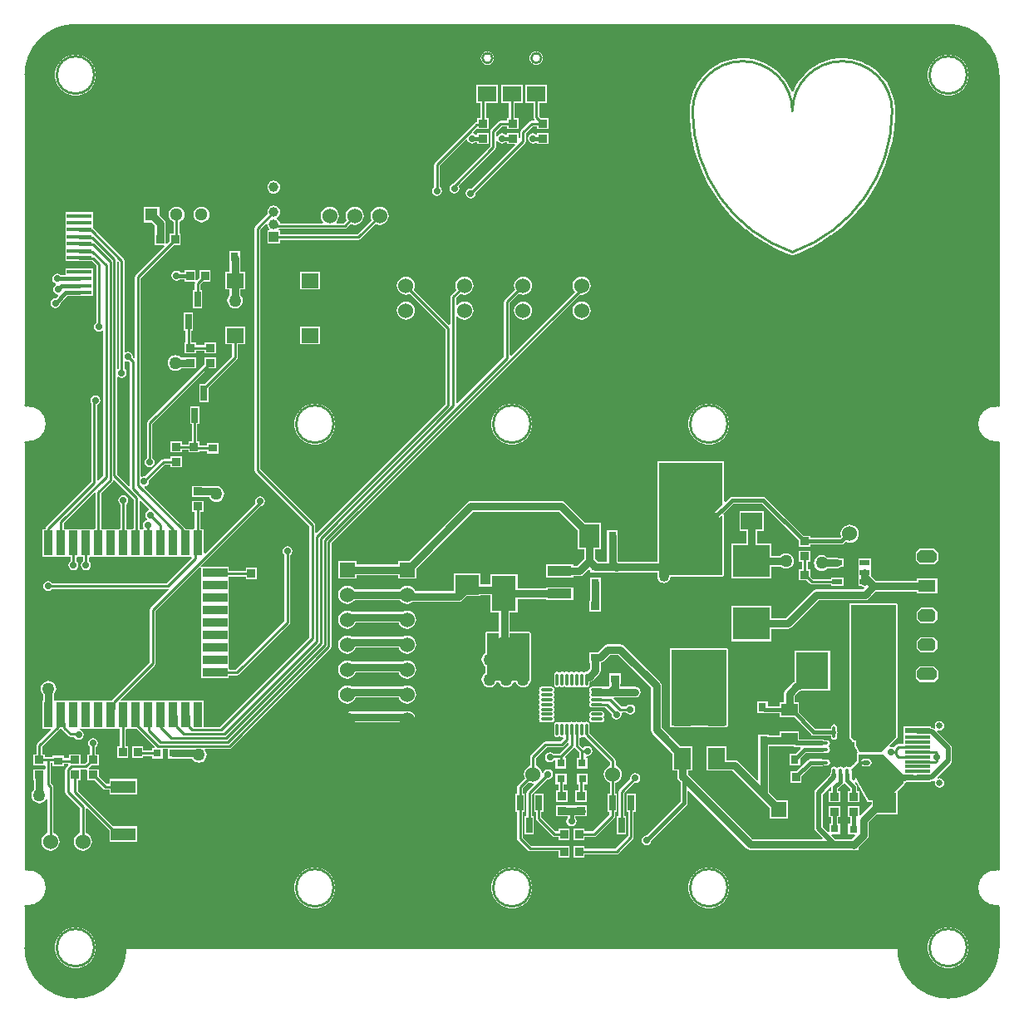
<source format=gtl>
G04*
G04 #@! TF.GenerationSoftware,Altium Limited,Altium Designer,20.2.6 (244)*
G04*
G04 Layer_Physical_Order=1*
G04 Layer_Color=255*
%FSLAX24Y24*%
%MOIN*%
G70*
G04*
G04 #@! TF.SameCoordinates,AAC5203C-1E5B-4ACD-AD40-D79658958D62*
G04*
G04*
G04 #@! TF.FilePolarity,Positive*
G04*
G01*
G75*
%ADD10C,0.0100*%
%ADD13C,0.0200*%
%ADD18R,0.0354X0.1000*%
%ADD19R,0.0524X0.0524*%
%ADD20R,0.1000X0.0354*%
%ADD21C,0.0600*%
%ADD22R,0.0935X0.0800*%
%ADD23R,0.0800X0.0935*%
%ADD24R,0.1496X0.1300*%
%ADD25R,0.1000X0.0500*%
%ADD26R,0.0340X0.0318*%
%ADD27R,0.0600X0.0600*%
%ADD28R,0.0750X0.0610*%
%ADD29R,0.1300X0.1496*%
%ADD30R,0.0860X0.0669*%
%ADD31R,0.0394X0.0217*%
%ADD32R,0.1000X0.0236*%
%ADD33R,0.1000X0.0118*%
%ADD34R,0.0315X0.0315*%
%ADD35O,0.0138X0.0500*%
%ADD36O,0.0500X0.0138*%
%ADD37R,0.0866X0.0866*%
%ADD38R,0.0318X0.0340*%
%ADD39R,0.0315X0.0354*%
%ADD40R,0.0669X0.0860*%
%ADD41R,0.0250X0.0600*%
%ADD42R,0.0354X0.0315*%
%ADD43O,0.0400X0.1200*%
%ADD44R,0.0972X0.1417*%
%ADD45R,0.0972X0.0386*%
%ADD46R,0.0700X0.0600*%
%ADD47R,0.1000X0.0160*%
%ADD48R,0.0315X0.0315*%
%ADD49O,0.0500X0.0110*%
%ADD50O,0.0110X0.0500*%
%ADD51R,0.1240X0.1240*%
%ADD52R,0.0670X0.0475*%
%ADD101C,0.0300*%
%ADD102C,0.0150*%
%ADD103R,0.0600X0.0600*%
G04:AMPARAMS|DCode=104|XSize=50mil|YSize=80mil|CornerRadius=0mil|HoleSize=0mil|Usage=FLASHONLY|Rotation=270.000|XOffset=0mil|YOffset=0mil|HoleType=Round|Shape=Octagon|*
%AMOCTAGOND104*
4,1,8,0.0400,0.0125,0.0400,-0.0125,0.0275,-0.0250,-0.0275,-0.0250,-0.0400,-0.0125,-0.0400,0.0125,-0.0275,0.0250,0.0275,0.0250,0.0400,0.0125,0.0*
%
%ADD104OCTAGOND104*%

%ADD105R,0.0700X0.0500*%
G04:AMPARAMS|DCode=106|XSize=50mil|YSize=70mil|CornerRadius=0mil|HoleSize=0mil|Usage=FLASHONLY|Rotation=270.000|XOffset=0mil|YOffset=0mil|HoleType=Round|Shape=Octagon|*
%AMOCTAGOND106*
4,1,8,0.0350,0.0125,0.0350,-0.0125,0.0225,-0.0250,-0.0225,-0.0250,-0.0350,-0.0125,-0.0350,0.0125,-0.0225,0.0250,0.0225,0.0250,0.0350,0.0125,0.0*
%
%ADD106OCTAGOND106*%

%ADD107O,0.0709X0.0394*%
%ADD108O,0.0827X0.0394*%
%ADD109C,0.0256*%
%ADD110R,0.0630X0.0630*%
%ADD111C,0.0630*%
%ADD112C,0.0510*%
%ADD113R,0.0510X0.0510*%
%ADD114C,0.0394*%
%ADD115R,0.0394X0.0394*%
%ADD116C,0.0500*%
%ADD117C,0.0280*%
G36*
X59891Y54466D02*
X60144Y54398D01*
X60386Y54298D01*
X60614Y54167D01*
X60822Y54007D01*
X61007Y53822D01*
X61167Y53614D01*
X61298Y53386D01*
X61398Y53144D01*
X61466Y52891D01*
X61500Y52631D01*
Y52500D01*
Y39293D01*
X61450Y39247D01*
X61425Y39250D01*
X61265Y39238D01*
X61111Y39192D01*
X60971Y39115D01*
X60850Y39010D01*
X60755Y38882D01*
X60688Y38736D01*
X60654Y38580D01*
Y38420D01*
X60688Y38264D01*
X60755Y38118D01*
X60850Y37990D01*
X60971Y37885D01*
X61111Y37808D01*
X61265Y37762D01*
X61425Y37750D01*
X61454Y37753D01*
X61504Y37707D01*
X61504Y20680D01*
X61468Y20646D01*
X61425Y20650D01*
X61265Y20638D01*
X61111Y20592D01*
X60971Y20515D01*
X60850Y20410D01*
X60755Y20282D01*
X60688Y20136D01*
X60654Y19980D01*
Y19820D01*
X60688Y19664D01*
X60755Y19518D01*
X60850Y19390D01*
X60971Y19285D01*
X61111Y19208D01*
X61265Y19162D01*
X61425Y19150D01*
X61452Y19153D01*
X61455Y19152D01*
X61500Y19107D01*
Y17500D01*
Y17369D01*
X61466Y17109D01*
X61398Y16856D01*
X61298Y16614D01*
X61167Y16386D01*
X61007Y16178D01*
X60822Y15993D01*
X60614Y15833D01*
X60386Y15702D01*
X60144Y15602D01*
X59891Y15534D01*
X59631Y15500D01*
X59369D01*
X59109Y15534D01*
X58856Y15602D01*
X58614Y15702D01*
X58386Y15833D01*
X58178Y15993D01*
X57993Y16178D01*
X57833Y16386D01*
X57702Y16614D01*
X57602Y16856D01*
X57534Y17109D01*
X57500Y17369D01*
Y17500D01*
X26500D01*
Y17369D01*
X26466Y17109D01*
X26398Y16856D01*
X26298Y16614D01*
X26167Y16386D01*
X26007Y16178D01*
X25822Y15993D01*
X25614Y15833D01*
X25386Y15702D01*
X25144Y15602D01*
X24891Y15534D01*
X24631Y15500D01*
X24369D01*
X24109Y15534D01*
X23856Y15602D01*
X23614Y15702D01*
X23386Y15833D01*
X23178Y15993D01*
X22993Y16178D01*
X22833Y16386D01*
X22702Y16614D01*
X22602Y16856D01*
X22534Y17109D01*
X22500Y17369D01*
Y17500D01*
Y19108D01*
X22545Y19154D01*
X22584Y19150D01*
X22744Y19162D01*
X22897Y19208D01*
X23038Y19285D01*
X23158Y19390D01*
X23254Y19518D01*
X23321Y19664D01*
X23354Y19820D01*
Y19980D01*
X23321Y20136D01*
X23254Y20282D01*
X23158Y20410D01*
X23038Y20515D01*
X22897Y20592D01*
X22744Y20638D01*
X22584Y20650D01*
X22541Y20646D01*
X22504Y20680D01*
Y37711D01*
X22554Y37757D01*
X22580Y37755D01*
X22739Y37767D01*
X22893Y37812D01*
X23033Y37889D01*
X23154Y37994D01*
X23250Y38122D01*
X23316Y38268D01*
X23350Y38424D01*
Y38584D01*
X23316Y38741D01*
X23250Y38886D01*
X23154Y39015D01*
X23033Y39120D01*
X22893Y39197D01*
X22739Y39242D01*
X22580Y39254D01*
X22537Y39250D01*
X22500Y39284D01*
Y52500D01*
Y52631D01*
X22534Y52891D01*
X22602Y53144D01*
X22702Y53386D01*
X22833Y53614D01*
X22993Y53822D01*
X23178Y54007D01*
X23386Y54167D01*
X23614Y54298D01*
X23856Y54398D01*
X24109Y54466D01*
X24369Y54500D01*
X59631D01*
X59891Y54466D01*
D02*
G37*
%LPC*%
G36*
X59574Y53315D02*
X59426D01*
X59420Y53312D01*
X59413Y53314D01*
X59269Y53285D01*
X59263Y53281D01*
X59256D01*
X59120Y53225D01*
X59115Y53220D01*
X59109Y53219D01*
X58986Y53137D01*
X58982Y53131D01*
X58976Y53128D01*
X58872Y53024D01*
X58869Y53018D01*
X58863Y53014D01*
X58781Y52891D01*
X58780Y52885D01*
X58775Y52880D01*
X58719Y52744D01*
Y52737D01*
X58715Y52731D01*
X58686Y52587D01*
X58688Y52580D01*
X58685Y52574D01*
Y52426D01*
X58688Y52420D01*
X58686Y52413D01*
X58715Y52269D01*
X58719Y52263D01*
Y52256D01*
X58775Y52120D01*
X58780Y52115D01*
X58781Y52109D01*
X58863Y51986D01*
X58869Y51982D01*
X58872Y51976D01*
X58976Y51872D01*
X58982Y51869D01*
X58986Y51863D01*
X59109Y51781D01*
X59115Y51780D01*
X59120Y51775D01*
X59256Y51719D01*
X59263D01*
X59269Y51715D01*
X59413Y51686D01*
X59420Y51688D01*
X59426Y51685D01*
X59574D01*
X59580Y51688D01*
X59587Y51686D01*
X59731Y51715D01*
X59737Y51719D01*
X59744D01*
X59880Y51775D01*
X59885Y51780D01*
X59891Y51781D01*
X60014Y51863D01*
X60018Y51869D01*
X60024Y51872D01*
X60128Y51976D01*
X60131Y51982D01*
X60137Y51986D01*
X60219Y52109D01*
X60220Y52115D01*
X60225Y52120D01*
X60281Y52256D01*
Y52263D01*
X60285Y52269D01*
X60314Y52413D01*
X60312Y52420D01*
X60315Y52426D01*
Y52574D01*
X60312Y52580D01*
X60314Y52587D01*
X60285Y52731D01*
X60281Y52737D01*
Y52744D01*
X60225Y52880D01*
X60220Y52885D01*
X60219Y52891D01*
X60137Y53014D01*
X60131Y53018D01*
X60128Y53024D01*
X60024Y53128D01*
X60018Y53131D01*
X60014Y53137D01*
X59891Y53219D01*
X59885Y53220D01*
X59880Y53225D01*
X59744Y53281D01*
X59737D01*
X59731Y53285D01*
X59587Y53314D01*
X59580Y53312D01*
X59574Y53315D01*
D02*
G37*
G36*
X24574D02*
X24426D01*
X24420Y53312D01*
X24413Y53314D01*
X24269Y53285D01*
X24263Y53281D01*
X24256D01*
X24120Y53225D01*
X24115Y53220D01*
X24109Y53219D01*
X23986Y53137D01*
X23982Y53131D01*
X23976Y53128D01*
X23872Y53024D01*
X23869Y53018D01*
X23863Y53014D01*
X23781Y52891D01*
X23780Y52885D01*
X23775Y52880D01*
X23719Y52744D01*
Y52737D01*
X23715Y52731D01*
X23686Y52587D01*
X23688Y52580D01*
X23685Y52574D01*
Y52426D01*
X23688Y52420D01*
X23686Y52413D01*
X23715Y52269D01*
X23719Y52263D01*
Y52256D01*
X23775Y52120D01*
X23780Y52115D01*
X23781Y52109D01*
X23863Y51986D01*
X23869Y51982D01*
X23872Y51976D01*
X23976Y51872D01*
X23982Y51869D01*
X23986Y51863D01*
X24109Y51781D01*
X24115Y51780D01*
X24120Y51775D01*
X24256Y51719D01*
X24263D01*
X24269Y51715D01*
X24413Y51686D01*
X24420Y51688D01*
X24426Y51685D01*
X24574D01*
X24580Y51688D01*
X24587Y51686D01*
X24731Y51715D01*
X24737Y51719D01*
X24744D01*
X24880Y51775D01*
X24885Y51780D01*
X24891Y51781D01*
X25014Y51863D01*
X25018Y51869D01*
X25024Y51872D01*
X25128Y51976D01*
X25131Y51982D01*
X25137Y51986D01*
X25219Y52109D01*
X25220Y52115D01*
X25225Y52120D01*
X25281Y52256D01*
Y52263D01*
X25285Y52269D01*
X25314Y52413D01*
X25312Y52420D01*
X25315Y52426D01*
Y52574D01*
X25312Y52580D01*
X25314Y52587D01*
X25285Y52731D01*
X25281Y52737D01*
Y52744D01*
X25225Y52880D01*
X25220Y52885D01*
X25219Y52891D01*
X25137Y53014D01*
X25131Y53018D01*
X25128Y53024D01*
X25024Y53128D01*
X25018Y53131D01*
X25014Y53137D01*
X24891Y53219D01*
X24885Y53220D01*
X24880Y53225D01*
X24744Y53281D01*
X24737D01*
X24731Y53285D01*
X24587Y53314D01*
X24580Y53312D01*
X24574Y53315D01*
D02*
G37*
G36*
X51153Y53167D02*
X51149Y53165D01*
X51145Y53166D01*
X50897Y53139D01*
X50893Y53137D01*
X50889Y53138D01*
X50646Y53081D01*
X50643Y53079D01*
X50639Y53079D01*
X50405Y52993D01*
X50402Y52990D01*
X50397Y52990D01*
X50175Y52876D01*
X50173Y52873D01*
X50169Y52872D01*
X49962Y52732D01*
X49960Y52729D01*
X49956Y52728D01*
X49768Y52564D01*
X49766Y52560D01*
X49762Y52558D01*
X49595Y52373D01*
X49594Y52369D01*
X49590Y52367D01*
X49447Y52163D01*
X49446Y52159D01*
X49443Y52156D01*
X49325Y51936D01*
X49325Y51932D01*
X49322Y51929D01*
X49232Y51696D01*
X49232Y51692D01*
X49230Y51689D01*
X49169Y51447D01*
X49169Y51443D01*
X49167Y51439D01*
X49136Y51192D01*
X49137Y51188D01*
X49135Y51184D01*
X49135Y51062D01*
X49135Y51062D01*
X49134Y51059D01*
X49135Y51058D01*
X49134Y51056D01*
X49134Y51054D01*
X49135Y51053D01*
X49134Y51051D01*
Y50816D01*
X49135Y50814D01*
X49134Y50811D01*
X49170Y50345D01*
X49172Y50343D01*
X49171Y50340D01*
X49243Y49878D01*
X49244Y49876D01*
X49244Y49873D01*
X49351Y49418D01*
X49353Y49416D01*
X49352Y49414D01*
X49495Y48968D01*
X49496Y48966D01*
X49496Y48964D01*
X49672Y48531D01*
X49674Y48529D01*
X49674Y48526D01*
X49883Y48108D01*
X49885Y48106D01*
X49886Y48103D01*
X50126Y47703D01*
X50128Y47701D01*
X50129Y47698D01*
X50400Y47317D01*
X50402Y47316D01*
X50403Y47313D01*
X50702Y46954D01*
X50704Y46953D01*
X50705Y46951D01*
X51032Y46616D01*
X51034Y46615D01*
X51035Y46612D01*
X51386Y46303D01*
X51389Y46303D01*
X51390Y46300D01*
X51764Y46020D01*
X51766Y46019D01*
X51768Y46017D01*
X52162Y45766D01*
X52165Y45765D01*
X52167Y45763D01*
X52579Y45543D01*
X52582Y45543D01*
X52584Y45541D01*
X53012Y45354D01*
X53014Y45353D01*
X53016Y45352D01*
X53237Y45275D01*
X53246Y45272D01*
X53256Y45272D01*
X53259Y45271D01*
X53260Y45272D01*
X53271Y45268D01*
X53291Y45269D01*
X53302Y45274D01*
X53315Y45275D01*
X53333Y45283D01*
X53341Y45293D01*
X53353Y45298D01*
X53366Y45312D01*
X53366Y45313D01*
X53561Y45384D01*
X53563Y45386D01*
X53566Y45386D01*
X53987Y45577D01*
X53988Y45578D01*
X53991Y45579D01*
X54396Y45801D01*
X54398Y45803D01*
X54400Y45804D01*
X54787Y46056D01*
X54789Y46058D01*
X54791Y46059D01*
X55158Y46341D01*
X55159Y46343D01*
X55161Y46344D01*
X55505Y46652D01*
X55506Y46655D01*
X55509Y46656D01*
X55828Y46990D01*
X55829Y46992D01*
X55832Y46993D01*
X56125Y47350D01*
X56125Y47353D01*
X56128Y47354D01*
X56392Y47733D01*
X56393Y47736D01*
X56395Y47737D01*
X56630Y48135D01*
X56631Y48137D01*
X56633Y48139D01*
X56837Y48554D01*
X56837Y48556D01*
X56839Y48558D01*
X57011Y48987D01*
X57011Y48989D01*
X57013Y48991D01*
X57152Y49432D01*
X57151Y49435D01*
X57153Y49437D01*
X57258Y49887D01*
X57257Y49890D01*
X57259Y49892D01*
X57329Y50348D01*
X57328Y50351D01*
X57330Y50353D01*
X57365Y50814D01*
X57364Y50817D01*
X57365Y50819D01*
Y51175D01*
X57364Y51179D01*
X57365Y51183D01*
X57334Y51431D01*
X57332Y51434D01*
X57333Y51438D01*
X57273Y51681D01*
X57270Y51684D01*
X57270Y51688D01*
X57181Y51922D01*
X57178Y51925D01*
X57178Y51929D01*
X57061Y52150D01*
X57058Y52152D01*
X57057Y52156D01*
X56914Y52361D01*
X56911Y52363D01*
X56909Y52367D01*
X56743Y52554D01*
X56739Y52555D01*
X56737Y52559D01*
X56549Y52724D01*
X56545Y52725D01*
X56543Y52728D01*
X56337Y52869D01*
X56333Y52870D01*
X56330Y52873D01*
X56108Y52987D01*
X56104Y52988D01*
X56101Y52991D01*
X55866Y53077D01*
X55862Y53077D01*
X55859Y53079D01*
X55616Y53137D01*
X55612Y53136D01*
X55608Y53138D01*
X55360Y53166D01*
X55356Y53165D01*
X55352Y53166D01*
X55102Y53164D01*
X55098Y53162D01*
X55094Y53163D01*
X54847Y53130D01*
X54843Y53128D01*
X54839Y53129D01*
X54597Y53066D01*
X54594Y53063D01*
X54590Y53063D01*
X54357Y52972D01*
X54354Y52969D01*
X54350Y52968D01*
X54131Y52849D01*
X54128Y52846D01*
X54124Y52845D01*
X53921Y52700D01*
X53919Y52696D01*
X53915Y52695D01*
X53730Y52526D01*
X53729Y52523D01*
X53725Y52521D01*
X53562Y52331D01*
X53561Y52327D01*
X53558Y52325D01*
X53419Y52117D01*
X53419Y52113D01*
X53415Y52110D01*
X53303Y51887D01*
X53303Y51883D01*
X53300Y51880D01*
X53275Y51809D01*
X53225Y51809D01*
X53200Y51879D01*
X53197Y51882D01*
X53197Y51886D01*
X53085Y52109D01*
X53082Y52112D01*
X53081Y52116D01*
X52943Y52324D01*
X52940Y52326D01*
X52938Y52330D01*
X52776Y52519D01*
X52773Y52521D01*
X52771Y52525D01*
X52587Y52694D01*
X52583Y52695D01*
X52581Y52699D01*
X52378Y52844D01*
X52374Y52844D01*
X52371Y52848D01*
X52152Y52967D01*
X52148Y52967D01*
X52145Y52970D01*
X51913Y53062D01*
X51909Y53062D01*
X51906Y53065D01*
X51665Y53128D01*
X51661Y53127D01*
X51657Y53129D01*
X51410Y53163D01*
X51406Y53162D01*
X51402Y53163D01*
X51153Y53167D01*
D02*
G37*
G36*
X43020Y53445D02*
X42940D01*
X42928Y53440D01*
X42915D01*
X42842Y53410D01*
X42833Y53400D01*
X42821Y53395D01*
X42765Y53339D01*
X42760Y53327D01*
X42750Y53318D01*
X42720Y53245D01*
Y53232D01*
X42715Y53220D01*
Y53140D01*
X42720Y53128D01*
Y53115D01*
X42750Y53042D01*
X42760Y53033D01*
X42765Y53021D01*
X42821Y52965D01*
X42833Y52960D01*
X42842Y52950D01*
X42915Y52920D01*
X42928D01*
X42940Y52915D01*
X43020D01*
X43032Y52920D01*
X43045D01*
X43118Y52950D01*
X43127Y52960D01*
X43139Y52965D01*
X43195Y53021D01*
X43200Y53033D01*
X43210Y53042D01*
X43240Y53115D01*
Y53128D01*
X43245Y53140D01*
Y53220D01*
X43240Y53232D01*
Y53245D01*
X43210Y53318D01*
X43200Y53327D01*
X43195Y53339D01*
X43139Y53395D01*
X43127Y53400D01*
X43118Y53410D01*
X43045Y53440D01*
X43032D01*
X43020Y53445D01*
D02*
G37*
G36*
X41060D02*
X40980D01*
X40968Y53440D01*
X40955D01*
X40882Y53410D01*
X40873Y53400D01*
X40861Y53395D01*
X40805Y53339D01*
X40800Y53327D01*
X40790Y53318D01*
X40760Y53245D01*
Y53232D01*
X40755Y53220D01*
Y53140D01*
X40760Y53128D01*
Y53115D01*
X40790Y53042D01*
X40800Y53033D01*
X40805Y53021D01*
X40861Y52965D01*
X40873Y52960D01*
X40882Y52950D01*
X40955Y52920D01*
X40968D01*
X40980Y52915D01*
X41060D01*
X41072Y52920D01*
X41085D01*
X41158Y52950D01*
X41167Y52960D01*
X41179Y52965D01*
X41235Y53021D01*
X41240Y53033D01*
X41250Y53042D01*
X41280Y53115D01*
Y53128D01*
X41285Y53140D01*
Y53220D01*
X41280Y53232D01*
Y53245D01*
X41250Y53318D01*
X41240Y53327D01*
X41235Y53339D01*
X41179Y53395D01*
X41167Y53400D01*
X41158Y53410D01*
X41085Y53440D01*
X41072D01*
X41060Y53445D01*
D02*
G37*
G36*
X43415Y52115D02*
X42545D01*
Y51385D01*
X42868D01*
Y50805D01*
X42868Y50805D01*
X42876Y50762D01*
X42901Y50726D01*
X42922Y50705D01*
X42903Y50659D01*
X42797D01*
X42797Y50659D01*
X42754Y50650D01*
X42717Y50626D01*
X42717Y50626D01*
X42371Y50279D01*
X42346Y50243D01*
X42338Y50200D01*
X42338Y50200D01*
Y49934D01*
X42330Y49929D01*
X42280Y49956D01*
Y50172D01*
X41820D01*
Y50091D01*
X41752D01*
X41748Y50098D01*
X41681Y50142D01*
X41603Y50157D01*
X41525Y50142D01*
X41459Y50098D01*
X41415Y50031D01*
X41410Y50008D01*
X41360Y50013D01*
Y50202D01*
X41593Y50434D01*
X41820D01*
Y50328D01*
X42280D01*
Y50765D01*
X42112D01*
Y51385D01*
X42435D01*
Y52115D01*
X41565D01*
Y51385D01*
X41888D01*
Y50765D01*
X41820D01*
Y50659D01*
X41547D01*
X41547Y50659D01*
X41504Y50650D01*
X41467Y50626D01*
X41467Y50626D01*
X41169Y50328D01*
X41145Y50291D01*
X41136Y50248D01*
X41136Y50248D01*
Y49645D01*
X39632Y48140D01*
X39622Y48138D01*
X39556Y48094D01*
X39512Y48028D01*
X39496Y47950D01*
X39512Y47872D01*
X39556Y47806D01*
X39622Y47762D01*
X39700Y47746D01*
X39778Y47762D01*
X39844Y47806D01*
X39888Y47872D01*
X39904Y47950D01*
X39888Y48028D01*
X39868Y48059D01*
X41328Y49519D01*
X41328Y49519D01*
X41352Y49555D01*
X41360Y49598D01*
X41360Y49598D01*
Y49894D01*
X41410Y49899D01*
X41415Y49875D01*
X41459Y49809D01*
X41525Y49765D01*
X41603Y49750D01*
X41681Y49765D01*
X41748Y49809D01*
X41752Y49816D01*
X41820D01*
Y49735D01*
X42111D01*
X42130Y49689D01*
X40388Y47946D01*
X40350Y47954D01*
X40272Y47938D01*
X40206Y47894D01*
X40162Y47828D01*
X40146Y47750D01*
X40162Y47672D01*
X40206Y47606D01*
X40272Y47562D01*
X40350Y47546D01*
X40428Y47562D01*
X40494Y47606D01*
X40538Y47672D01*
X40554Y47750D01*
X40546Y47788D01*
X42529Y49771D01*
X42529Y49771D01*
X42554Y49807D01*
X42562Y49850D01*
Y50154D01*
X42843Y50434D01*
X43020D01*
Y50328D01*
X43480D01*
Y50765D01*
X43179D01*
X43092Y50852D01*
Y51385D01*
X43415D01*
Y52115D01*
D02*
G37*
G36*
X41455D02*
X40585D01*
Y51385D01*
X40738D01*
Y50765D01*
X40620D01*
Y50639D01*
X40588Y50604D01*
X40546Y50596D01*
X40509Y50571D01*
X40509Y50571D01*
X40265Y50327D01*
X40265Y50327D01*
X40265Y50327D01*
X38921Y48983D01*
X38896Y48946D01*
X38888Y48904D01*
X38888Y48904D01*
Y48016D01*
X38856Y47994D01*
X38812Y47928D01*
X38796Y47850D01*
X38812Y47772D01*
X38856Y47706D01*
X38922Y47662D01*
X39000Y47646D01*
X39078Y47662D01*
X39144Y47706D01*
X39188Y47772D01*
X39204Y47850D01*
X39188Y47928D01*
X39144Y47994D01*
X39112Y48016D01*
Y48857D01*
X40164Y49908D01*
X40211Y49894D01*
X40215Y49875D01*
X40259Y49809D01*
X40325Y49765D01*
X40403Y49750D01*
X40481Y49765D01*
X40548Y49809D01*
X40552Y49816D01*
X40620D01*
Y49735D01*
X41080D01*
Y50172D01*
X40620D01*
Y50091D01*
X40552D01*
X40548Y50098D01*
X40481Y50142D01*
X40470Y50144D01*
X40453Y50198D01*
X40594Y50339D01*
X40620Y50328D01*
Y50328D01*
X41080D01*
Y50765D01*
X40962D01*
Y51385D01*
X41455D01*
Y52115D01*
D02*
G37*
G36*
X43480Y50172D02*
X43020D01*
Y50143D01*
X42970Y50116D01*
X42931Y50142D01*
X42853Y50157D01*
X42775Y50142D01*
X42709Y50098D01*
X42665Y50031D01*
X42650Y49953D01*
X42665Y49875D01*
X42709Y49809D01*
X42775Y49765D01*
X42853Y49750D01*
X42931Y49765D01*
X42970Y49791D01*
X43020Y49764D01*
Y49735D01*
X43480D01*
Y50172D01*
D02*
G37*
G36*
X32450Y48259D02*
X32383Y48250D01*
X32320Y48224D01*
X32267Y48183D01*
X32226Y48130D01*
X32200Y48067D01*
X32191Y48000D01*
X32200Y47933D01*
X32226Y47870D01*
X32267Y47817D01*
X32320Y47776D01*
X32383Y47750D01*
X32450Y47741D01*
X32517Y47750D01*
X32580Y47776D01*
X32633Y47817D01*
X32674Y47870D01*
X32700Y47933D01*
X32709Y48000D01*
X32700Y48067D01*
X32674Y48130D01*
X32633Y48183D01*
X32580Y48224D01*
X32517Y48250D01*
X32450Y48259D01*
D02*
G37*
G36*
X29550Y47218D02*
X29468Y47207D01*
X29391Y47175D01*
X29325Y47125D01*
X29275Y47059D01*
X29243Y46982D01*
X29232Y46900D01*
X29243Y46818D01*
X29275Y46741D01*
X29325Y46675D01*
X29391Y46625D01*
X29468Y46593D01*
X29550Y46582D01*
X29632Y46593D01*
X29709Y46625D01*
X29775Y46675D01*
X29825Y46741D01*
X29857Y46818D01*
X29868Y46900D01*
X29857Y46982D01*
X29825Y47059D01*
X29775Y47125D01*
X29709Y47175D01*
X29632Y47207D01*
X29550Y47218D01*
D02*
G37*
G36*
X25210Y44750D02*
X24090D01*
Y44468D01*
X23919D01*
X23914Y44474D01*
X23848Y44518D01*
X23770Y44534D01*
X23692Y44518D01*
X23626Y44474D01*
X23582Y44408D01*
X23566Y44330D01*
X23582Y44252D01*
X23626Y44186D01*
X23692Y44142D01*
X23713Y44138D01*
X23719Y44103D01*
X23718Y44086D01*
X23656Y44044D01*
X23612Y43978D01*
X23596Y43900D01*
X23612Y43822D01*
X23656Y43756D01*
X23722Y43712D01*
X23784Y43699D01*
X23805Y43650D01*
X23708Y43552D01*
X23700Y43554D01*
X23622Y43538D01*
X23556Y43494D01*
X23512Y43428D01*
X23496Y43350D01*
X23512Y43272D01*
X23556Y43206D01*
X23622Y43162D01*
X23700Y43146D01*
X23778Y43162D01*
X23844Y43206D01*
X23888Y43272D01*
X23904Y43350D01*
X23902Y43358D01*
X24172Y43627D01*
X24645D01*
X24658Y43630D01*
X25210D01*
Y43910D01*
Y44190D01*
Y44470D01*
Y44750D01*
D02*
G37*
G36*
X29915Y44680D02*
X29478D01*
Y44379D01*
X29368Y44269D01*
X29322Y44288D01*
Y44680D01*
X28885D01*
Y44588D01*
X28699D01*
X28694Y44594D01*
X28628Y44638D01*
X28550Y44654D01*
X28472Y44638D01*
X28406Y44594D01*
X28362Y44528D01*
X28346Y44450D01*
X28362Y44372D01*
X28406Y44306D01*
X28472Y44262D01*
X28550Y44246D01*
X28628Y44262D01*
X28694Y44306D01*
X28699Y44312D01*
X28885D01*
Y44220D01*
X29264D01*
X29293Y44170D01*
X29288Y44142D01*
X29288Y44142D01*
Y43857D01*
X29215D01*
Y43137D01*
X29585D01*
Y43857D01*
X29512D01*
Y44096D01*
X29636Y44220D01*
X29915D01*
Y44680D01*
D02*
G37*
G36*
X34310Y44610D02*
X33490D01*
Y43890D01*
X34310D01*
Y44610D01*
D02*
G37*
G36*
X31092Y45437D02*
X30657D01*
Y44963D01*
X30686D01*
Y44610D01*
X30490D01*
Y43890D01*
X30686D01*
Y43676D01*
X30679Y43671D01*
X30629Y43606D01*
X30598Y43531D01*
X30587Y43450D01*
X30598Y43369D01*
X30629Y43294D01*
X30679Y43229D01*
X30744Y43179D01*
X30819Y43148D01*
X30900Y43137D01*
X30981Y43148D01*
X31056Y43179D01*
X31121Y43229D01*
X31171Y43294D01*
X31202Y43369D01*
X31213Y43450D01*
X31202Y43531D01*
X31171Y43606D01*
X31121Y43671D01*
X31114Y43676D01*
Y43890D01*
X31310D01*
Y44610D01*
X31114D01*
Y45155D01*
X31098Y45237D01*
X31092Y45246D01*
Y45437D01*
D02*
G37*
G36*
X44800Y43413D02*
X44706Y43401D01*
X44618Y43364D01*
X44543Y43307D01*
X44486Y43232D01*
X44449Y43144D01*
X44437Y43050D01*
X44449Y42956D01*
X44486Y42868D01*
X44543Y42793D01*
X44618Y42736D01*
X44706Y42699D01*
X44800Y42687D01*
X44894Y42699D01*
X44982Y42736D01*
X45057Y42793D01*
X45114Y42868D01*
X45151Y42956D01*
X45163Y43050D01*
X45151Y43144D01*
X45114Y43232D01*
X45057Y43307D01*
X44982Y43364D01*
X44894Y43401D01*
X44800Y43413D01*
D02*
G37*
G36*
X42450D02*
X42356Y43401D01*
X42268Y43364D01*
X42193Y43307D01*
X42136Y43232D01*
X42099Y43144D01*
X42087Y43050D01*
X42099Y42956D01*
X42136Y42868D01*
X42193Y42793D01*
X42268Y42736D01*
X42356Y42699D01*
X42450Y42687D01*
X42544Y42699D01*
X42632Y42736D01*
X42707Y42793D01*
X42764Y42868D01*
X42801Y42956D01*
X42813Y43050D01*
X42801Y43144D01*
X42764Y43232D01*
X42707Y43307D01*
X42632Y43364D01*
X42544Y43401D01*
X42450Y43413D01*
D02*
G37*
G36*
X37750D02*
X37656Y43401D01*
X37568Y43364D01*
X37493Y43307D01*
X37436Y43232D01*
X37399Y43144D01*
X37387Y43050D01*
X37399Y42956D01*
X37436Y42868D01*
X37493Y42793D01*
X37568Y42736D01*
X37656Y42699D01*
X37750Y42687D01*
X37844Y42699D01*
X37932Y42736D01*
X38007Y42793D01*
X38064Y42868D01*
X38101Y42956D01*
X38113Y43050D01*
X38101Y43144D01*
X38064Y43232D01*
X38007Y43307D01*
X37932Y43364D01*
X37844Y43401D01*
X37750Y43413D01*
D02*
G37*
G36*
X34310Y42410D02*
X33490D01*
Y41690D01*
X34310D01*
Y42410D01*
D02*
G37*
G36*
X29211Y42963D02*
X28841D01*
Y42243D01*
X28914D01*
Y41765D01*
X28870D01*
Y41328D01*
X29330D01*
Y41434D01*
X29670D01*
Y41328D01*
X30130D01*
Y41765D01*
X29670D01*
Y41659D01*
X29330D01*
Y41765D01*
X29138D01*
Y42243D01*
X29211D01*
Y42963D01*
D02*
G37*
G36*
X28503Y41266D02*
X28423Y41255D01*
X28347Y41224D01*
X28282Y41175D01*
X28233Y41110D01*
X28201Y41034D01*
X28191Y40953D01*
X28201Y40873D01*
X28233Y40797D01*
X28282Y40732D01*
X28347Y40683D01*
X28423Y40651D01*
X28503Y40641D01*
X28584Y40651D01*
X28660Y40683D01*
X28725Y40732D01*
X28730Y40739D01*
X28870D01*
Y40735D01*
X29330D01*
Y41172D01*
X28870D01*
Y41168D01*
X28730D01*
X28725Y41175D01*
X28660Y41224D01*
X28584Y41255D01*
X28503Y41266D01*
D02*
G37*
G36*
X31310Y42410D02*
X30490D01*
Y41690D01*
X30788D01*
Y41218D01*
X29676Y40107D01*
X29465D01*
Y39387D01*
X29835D01*
Y39948D01*
X30979Y41093D01*
X31004Y41129D01*
X31012Y41172D01*
X31012Y41172D01*
Y41690D01*
X31310D01*
Y42410D01*
D02*
G37*
G36*
X42074Y39315D02*
X41926D01*
X41920Y39312D01*
X41913Y39314D01*
X41769Y39285D01*
X41763Y39281D01*
X41756D01*
X41620Y39225D01*
X41615Y39220D01*
X41609Y39219D01*
X41486Y39137D01*
X41482Y39131D01*
X41476Y39128D01*
X41372Y39024D01*
X41369Y39018D01*
X41363Y39014D01*
X41281Y38891D01*
X41280Y38885D01*
X41275Y38880D01*
X41219Y38744D01*
Y38737D01*
X41215Y38731D01*
X41186Y38587D01*
X41188Y38580D01*
X41185Y38574D01*
Y38426D01*
X41188Y38420D01*
X41186Y38413D01*
X41215Y38269D01*
X41219Y38263D01*
Y38256D01*
X41275Y38120D01*
X41280Y38115D01*
X41281Y38109D01*
X41363Y37986D01*
X41369Y37982D01*
X41372Y37976D01*
X41476Y37872D01*
X41482Y37869D01*
X41486Y37863D01*
X41609Y37781D01*
X41615Y37780D01*
X41620Y37775D01*
X41756Y37719D01*
X41763D01*
X41769Y37715D01*
X41913Y37686D01*
X41920Y37688D01*
X41926Y37685D01*
X42074D01*
X42080Y37688D01*
X42087Y37686D01*
X42231Y37715D01*
X42237Y37719D01*
X42244D01*
X42380Y37775D01*
X42385Y37780D01*
X42391Y37781D01*
X42514Y37863D01*
X42518Y37869D01*
X42524Y37872D01*
X42628Y37976D01*
X42631Y37982D01*
X42637Y37986D01*
X42719Y38109D01*
X42720Y38115D01*
X42725Y38120D01*
X42781Y38256D01*
Y38263D01*
X42785Y38269D01*
X42814Y38413D01*
X42812Y38420D01*
X42815Y38426D01*
Y38574D01*
X42812Y38580D01*
X42814Y38587D01*
X42785Y38731D01*
X42781Y38737D01*
Y38744D01*
X42725Y38880D01*
X42720Y38885D01*
X42719Y38891D01*
X42637Y39014D01*
X42631Y39018D01*
X42628Y39024D01*
X42524Y39128D01*
X42518Y39131D01*
X42514Y39137D01*
X42391Y39219D01*
X42385Y39220D01*
X42380Y39225D01*
X42244Y39281D01*
X42237D01*
X42231Y39285D01*
X42087Y39314D01*
X42080Y39312D01*
X42074Y39315D01*
D02*
G37*
G36*
X49974Y39315D02*
X49826D01*
X49820Y39312D01*
X49813Y39314D01*
X49669Y39285D01*
X49663Y39281D01*
X49656D01*
X49520Y39225D01*
X49515Y39220D01*
X49509Y39219D01*
X49386Y39137D01*
X49382Y39131D01*
X49376Y39128D01*
X49272Y39024D01*
X49269Y39018D01*
X49263Y39014D01*
X49181Y38891D01*
X49180Y38885D01*
X49175Y38880D01*
X49119Y38744D01*
Y38737D01*
X49115Y38731D01*
X49086Y38587D01*
X49088Y38580D01*
X49085Y38574D01*
Y38426D01*
X49088Y38420D01*
X49086Y38413D01*
X49115Y38269D01*
X49119Y38263D01*
Y38256D01*
X49175Y38120D01*
X49180Y38115D01*
X49181Y38109D01*
X49263Y37986D01*
X49269Y37982D01*
X49272Y37976D01*
X49376Y37872D01*
X49382Y37869D01*
X49386Y37863D01*
X49509Y37781D01*
X49515Y37780D01*
X49520Y37775D01*
X49656Y37719D01*
X49663D01*
X49669Y37715D01*
X49813Y37686D01*
X49820Y37688D01*
X49826Y37685D01*
X49974D01*
X49980Y37688D01*
X49987Y37686D01*
X50131Y37715D01*
X50137Y37719D01*
X50144D01*
X50280Y37775D01*
X50285Y37780D01*
X50291Y37781D01*
X50414Y37863D01*
X50418Y37869D01*
X50424Y37872D01*
X50528Y37976D01*
X50531Y37982D01*
X50537Y37986D01*
X50619Y38109D01*
X50620Y38115D01*
X50625Y38120D01*
X50681Y38256D01*
Y38263D01*
X50685Y38269D01*
X50714Y38413D01*
X50712Y38420D01*
X50715Y38426D01*
Y38574D01*
X50712Y38580D01*
X50714Y38587D01*
X50685Y38731D01*
X50681Y38737D01*
Y38744D01*
X50625Y38880D01*
X50620Y38885D01*
X50619Y38891D01*
X50537Y39014D01*
X50531Y39018D01*
X50528Y39024D01*
X50424Y39128D01*
X50418Y39131D01*
X50414Y39137D01*
X50291Y39219D01*
X50285Y39220D01*
X50280Y39225D01*
X50144Y39281D01*
X50137D01*
X50131Y39285D01*
X49987Y39314D01*
X49980Y39312D01*
X49974Y39315D01*
D02*
G37*
G36*
X34174D02*
X34026D01*
X34020Y39312D01*
X34013Y39314D01*
X33869Y39285D01*
X33863Y39281D01*
X33856D01*
X33720Y39225D01*
X33715Y39220D01*
X33709Y39219D01*
X33586Y39137D01*
X33582Y39131D01*
X33576Y39128D01*
X33472Y39024D01*
X33469Y39018D01*
X33463Y39014D01*
X33381Y38891D01*
X33380Y38885D01*
X33375Y38880D01*
X33319Y38744D01*
Y38737D01*
X33315Y38731D01*
X33286Y38587D01*
X33288Y38580D01*
X33285Y38574D01*
Y38426D01*
X33288Y38420D01*
X33286Y38413D01*
X33315Y38269D01*
X33319Y38263D01*
Y38256D01*
X33375Y38120D01*
X33380Y38115D01*
X33381Y38109D01*
X33463Y37986D01*
X33469Y37982D01*
X33472Y37976D01*
X33576Y37872D01*
X33582Y37869D01*
X33586Y37863D01*
X33709Y37781D01*
X33715Y37780D01*
X33720Y37775D01*
X33856Y37719D01*
X33863D01*
X33869Y37715D01*
X34013Y37686D01*
X34020Y37688D01*
X34026Y37685D01*
X34174D01*
X34180Y37688D01*
X34187Y37686D01*
X34331Y37715D01*
X34337Y37719D01*
X34344D01*
X34480Y37775D01*
X34485Y37780D01*
X34491Y37781D01*
X34614Y37863D01*
X34618Y37869D01*
X34624Y37872D01*
X34728Y37976D01*
X34731Y37982D01*
X34737Y37986D01*
X34819Y38109D01*
X34820Y38115D01*
X34825Y38120D01*
X34881Y38256D01*
Y38263D01*
X34885Y38269D01*
X34914Y38413D01*
X34912Y38420D01*
X34915Y38426D01*
Y38574D01*
X34912Y38580D01*
X34914Y38587D01*
X34885Y38731D01*
X34881Y38737D01*
Y38744D01*
X34825Y38880D01*
X34820Y38885D01*
X34819Y38891D01*
X34737Y39014D01*
X34731Y39018D01*
X34728Y39024D01*
X34624Y39128D01*
X34618Y39131D01*
X34614Y39137D01*
X34491Y39219D01*
X34485Y39220D01*
X34480Y39225D01*
X34344Y39281D01*
X34337D01*
X34331Y39285D01*
X34187Y39314D01*
X34180Y39312D01*
X34174Y39315D01*
D02*
G37*
G36*
X29461Y39213D02*
X29091D01*
Y38493D01*
X29164D01*
Y37793D01*
X29025D01*
Y37687D01*
X28780D01*
Y37793D01*
X28320D01*
Y37356D01*
X28780D01*
Y37462D01*
X29025D01*
Y37356D01*
X29485D01*
Y37413D01*
X29763D01*
Y37308D01*
X30237D01*
Y37743D01*
X29763D01*
Y37638D01*
X29485D01*
Y37793D01*
X29388D01*
Y38493D01*
X29461D01*
Y39213D01*
D02*
G37*
G36*
X30130Y41172D02*
X29670D01*
Y40893D01*
X27396Y38619D01*
X27371Y38583D01*
X27363Y38540D01*
X27363Y38540D01*
Y37141D01*
X27331Y37119D01*
X27287Y37053D01*
X27271Y36975D01*
X27287Y36897D01*
X27331Y36831D01*
X27397Y36787D01*
X27475Y36771D01*
X27553Y36787D01*
X27619Y36831D01*
X27663Y36897D01*
X27679Y36975D01*
X27663Y37053D01*
X27619Y37119D01*
X27587Y37141D01*
Y38493D01*
X29829Y40735D01*
X30130D01*
Y41172D01*
D02*
G37*
G36*
X32450Y47259D02*
X32383Y47250D01*
X32320Y47224D01*
X32267Y47183D01*
X32226Y47130D01*
X32200Y47067D01*
X32191Y47000D01*
X32200Y46933D01*
X32207Y46916D01*
X31721Y46429D01*
X31696Y46393D01*
X31688Y46350D01*
X31688Y46350D01*
Y36650D01*
X31688Y36650D01*
X31696Y36607D01*
X31721Y36571D01*
X33888Y34404D01*
Y29946D01*
X30279Y26337D01*
X29653D01*
Y27395D01*
X29179D01*
X29179Y27395D01*
X29153D01*
Y27395D01*
X29129Y27395D01*
X28679D01*
X28679Y27395D01*
X28653D01*
Y27395D01*
X28629Y27395D01*
X28179D01*
Y27395D01*
X28153D01*
Y27395D01*
X27679D01*
Y27395D01*
X27653D01*
Y27395D01*
X27179D01*
Y27395D01*
X27153D01*
Y27395D01*
X26703D01*
X26666Y27395D01*
X26629Y27395D01*
X26319D01*
X26300Y27441D01*
X27679Y28821D01*
X27679Y28821D01*
X27704Y28857D01*
X27712Y28900D01*
X27712Y28900D01*
Y31004D01*
X29490Y32781D01*
X29535Y32755D01*
X29535Y32724D01*
Y32319D01*
X29535Y32281D01*
X29535Y32244D01*
Y31819D01*
X29535Y31781D01*
X29535Y31744D01*
Y31319D01*
X29535Y31281D01*
X29535Y31244D01*
Y30819D01*
X29535Y30782D01*
X29535Y30744D01*
Y30319D01*
X29535Y30282D01*
X29535Y30244D01*
Y29819D01*
X29535Y29781D01*
X29535Y29744D01*
Y29319D01*
X29535Y29281D01*
X29535Y29244D01*
Y28819D01*
X29535Y28781D01*
X29535Y28744D01*
Y28294D01*
X30655D01*
Y28419D01*
X30981D01*
X30982Y28419D01*
X31024Y28428D01*
X31061Y28452D01*
X33079Y30471D01*
X33104Y30507D01*
X33112Y30550D01*
X33112Y30550D01*
Y33234D01*
X33144Y33256D01*
X33188Y33322D01*
X33204Y33400D01*
X33188Y33478D01*
X33144Y33544D01*
X33078Y33588D01*
X33000Y33604D01*
X32922Y33588D01*
X32856Y33544D01*
X32812Y33478D01*
X32796Y33400D01*
X32812Y33322D01*
X32856Y33256D01*
X32888Y33234D01*
Y30596D01*
X30935Y28644D01*
X30690D01*
X30655Y28679D01*
X30655Y28781D01*
X30655Y28819D01*
Y29244D01*
X30655Y29281D01*
X30655Y29319D01*
Y29744D01*
X30655Y29781D01*
X30655Y29819D01*
Y30244D01*
X30655Y30282D01*
X30655Y30319D01*
Y30744D01*
X30655Y30782D01*
X30655Y30819D01*
Y31244D01*
X30655Y31281D01*
X30655Y31319D01*
Y31744D01*
X30655Y31781D01*
X30655Y31819D01*
Y32244D01*
X30655Y32281D01*
X30655Y32319D01*
Y32388D01*
X31335D01*
Y32270D01*
X31772D01*
Y32730D01*
X31335D01*
Y32612D01*
X30655D01*
Y32769D01*
X29583D01*
X29548Y32769D01*
X29522Y32813D01*
X31906Y35197D01*
X31978Y35212D01*
X32044Y35256D01*
X32088Y35322D01*
X32104Y35400D01*
X32088Y35478D01*
X32044Y35544D01*
X31978Y35588D01*
X31900Y35604D01*
X31822Y35588D01*
X31756Y35544D01*
X31712Y35478D01*
X31696Y35400D01*
X31712Y35322D01*
X31712Y35321D01*
X29699Y33308D01*
X29653Y33327D01*
Y34288D01*
X29512D01*
Y34985D01*
X29630D01*
Y35422D01*
X29170D01*
Y34985D01*
X29288D01*
Y34323D01*
X29252Y34288D01*
X29166Y34288D01*
X29129Y34288D01*
X28895D01*
X28892Y34304D01*
X28868Y34341D01*
X28868Y34341D01*
X27261Y35947D01*
X27278Y36002D01*
X27328Y36012D01*
X27394Y36056D01*
X27438Y36122D01*
X27454Y36200D01*
X27446Y36238D01*
X28078Y36869D01*
X28320D01*
Y36763D01*
X28780D01*
Y37200D01*
X28320D01*
Y37094D01*
X28031D01*
X28031Y37094D01*
X27989Y37085D01*
X27952Y37061D01*
X27952Y37061D01*
X27288Y36396D01*
X27250Y36404D01*
X27172Y36388D01*
X27156Y36378D01*
X27112Y36401D01*
Y44349D01*
X28433Y45670D01*
X28712D01*
Y46130D01*
X28662D01*
Y46606D01*
X28709Y46625D01*
X28775Y46675D01*
X28825Y46741D01*
X28857Y46818D01*
X28868Y46900D01*
X28857Y46982D01*
X28825Y47059D01*
X28775Y47125D01*
X28709Y47175D01*
X28632Y47207D01*
X28550Y47218D01*
X28468Y47207D01*
X28391Y47175D01*
X28325Y47125D01*
X28275Y47059D01*
X28243Y46982D01*
X28232Y46900D01*
X28243Y46818D01*
X28275Y46741D01*
X28325Y46675D01*
X28391Y46625D01*
X28438Y46606D01*
Y46130D01*
X28274D01*
Y45829D01*
X28165Y45719D01*
X28119Y45738D01*
Y46130D01*
X28114D01*
Y46550D01*
X28098Y46632D01*
X28051Y46701D01*
X27865Y46888D01*
Y47215D01*
X27235D01*
Y46585D01*
X27562D01*
X27686Y46461D01*
Y46130D01*
X27681D01*
Y45670D01*
X28050D01*
X28070Y45624D01*
X26921Y44475D01*
X26896Y44439D01*
X26888Y44396D01*
X26888Y44396D01*
Y41141D01*
X26838Y41121D01*
X26796Y41162D01*
X26804Y41200D01*
X26788Y41278D01*
X26744Y41344D01*
X26678Y41388D01*
X26600Y41404D01*
X26522Y41388D01*
X26506Y41378D01*
X26462Y41401D01*
Y45050D01*
X26454Y45093D01*
X26429Y45129D01*
X26429Y45129D01*
X25219Y46339D01*
X25210Y46346D01*
Y46710D01*
Y46990D01*
X24090D01*
Y46710D01*
Y46430D01*
Y46150D01*
Y45870D01*
Y45590D01*
Y45310D01*
Y45030D01*
X24669D01*
X24680Y45028D01*
X25164D01*
X25338Y44854D01*
Y42686D01*
X25334Y42680D01*
X25325Y42638D01*
X25325Y42637D01*
Y42566D01*
X25293Y42544D01*
X25249Y42478D01*
X25234Y42400D01*
X25249Y42322D01*
X25293Y42256D01*
X25359Y42212D01*
X25438Y42196D01*
X25516Y42212D01*
X25568Y42247D01*
X25618Y42227D01*
Y36426D01*
X25408Y36217D01*
X25362Y36236D01*
Y39258D01*
X25378Y39262D01*
X25444Y39306D01*
X25488Y39372D01*
X25504Y39450D01*
X25488Y39528D01*
X25444Y39594D01*
X25378Y39638D01*
X25300Y39654D01*
X25222Y39638D01*
X25156Y39594D01*
X25112Y39528D01*
X25096Y39450D01*
X25112Y39372D01*
X25138Y39333D01*
Y36196D01*
X23336Y34395D01*
X23312Y34359D01*
X23304Y34316D01*
X23267Y34288D01*
X23179D01*
Y33168D01*
X23653D01*
Y33168D01*
X23679D01*
Y33168D01*
X24129D01*
X24166Y33168D01*
X24203Y33168D01*
X24304D01*
Y33000D01*
X24272Y32978D01*
X24227Y32912D01*
X24212Y32834D01*
X24227Y32756D01*
X24272Y32690D01*
X24338Y32646D01*
X24416Y32630D01*
X24494Y32646D01*
X24560Y32690D01*
X24604Y32756D01*
X24620Y32834D01*
X24604Y32912D01*
X24560Y32978D01*
X24528Y33000D01*
Y33133D01*
X24563Y33168D01*
X24666Y33168D01*
X24703Y33168D01*
X24804D01*
Y33000D01*
X24772Y32978D01*
X24727Y32912D01*
X24712Y32834D01*
X24727Y32756D01*
X24772Y32690D01*
X24838Y32646D01*
X24916Y32630D01*
X24994Y32646D01*
X25060Y32690D01*
X25104Y32756D01*
X25120Y32834D01*
X25104Y32912D01*
X25060Y32978D01*
X25028Y33000D01*
Y33133D01*
X25063Y33168D01*
X25166Y33168D01*
X25203Y33168D01*
X25629D01*
X25666Y33168D01*
X25703Y33168D01*
X26129D01*
X26166Y33168D01*
X26203Y33168D01*
X26629D01*
X26666Y33168D01*
X26703Y33168D01*
X27129D01*
X27166Y33168D01*
X27203Y33168D01*
X27629D01*
X27666Y33168D01*
X27703Y33168D01*
X28153D01*
Y33168D01*
X28179D01*
Y33168D01*
X28653D01*
Y33168D01*
X28679D01*
Y33168D01*
X29139Y33168D01*
X29164Y33122D01*
X28154Y32112D01*
X23566D01*
X23544Y32144D01*
X23478Y32188D01*
X23400Y32204D01*
X23322Y32188D01*
X23256Y32144D01*
X23212Y32078D01*
X23196Y32000D01*
X23212Y31922D01*
X23256Y31856D01*
X23322Y31812D01*
X23400Y31796D01*
X23478Y31812D01*
X23544Y31856D01*
X23566Y31888D01*
X28200D01*
X28200Y31888D01*
X28211Y31890D01*
X28235Y31844D01*
X27521Y31129D01*
X27496Y31093D01*
X27488Y31050D01*
X27488Y31050D01*
Y28946D01*
X25964Y27422D01*
X25945Y27395D01*
X25666Y27395D01*
X25629Y27395D01*
X25203D01*
X25166Y27395D01*
X25129Y27395D01*
X24703D01*
X24666Y27395D01*
X24629Y27395D01*
X24179D01*
X24179Y27395D01*
X24153D01*
Y27395D01*
X24129Y27395D01*
X23679D01*
X23679Y27395D01*
X23630Y27398D01*
Y27658D01*
X23637Y27663D01*
X23687Y27728D01*
X23718Y27803D01*
X23728Y27884D01*
X23718Y27965D01*
X23687Y28041D01*
X23637Y28105D01*
X23572Y28155D01*
X23497Y28186D01*
X23416Y28197D01*
X23335Y28186D01*
X23259Y28155D01*
X23195Y28105D01*
X23145Y28041D01*
X23114Y27965D01*
X23103Y27884D01*
X23114Y27803D01*
X23145Y27728D01*
X23195Y27663D01*
X23202Y27658D01*
Y27395D01*
X23179D01*
Y26275D01*
X23501D01*
X23520Y26229D01*
X22971Y25679D01*
X22946Y25643D01*
X22938Y25600D01*
X22938Y25600D01*
Y25247D01*
X22820D01*
Y24809D01*
X23280D01*
X23291Y24764D01*
Y24699D01*
X23280Y24654D01*
X23241Y24654D01*
X22820D01*
Y24216D01*
X22836D01*
Y23826D01*
X22829Y23821D01*
X22779Y23756D01*
X22748Y23681D01*
X22737Y23600D01*
X22748Y23519D01*
X22779Y23444D01*
X22829Y23379D01*
X22894Y23329D01*
X22969Y23298D01*
X23050Y23287D01*
X23131Y23298D01*
X23206Y23329D01*
X23271Y23379D01*
X23321Y23444D01*
X23338Y23485D01*
X23388Y23475D01*
Y22093D01*
X23318Y22064D01*
X23243Y22007D01*
X23186Y21932D01*
X23149Y21844D01*
X23137Y21750D01*
X23149Y21656D01*
X23186Y21568D01*
X23243Y21493D01*
X23318Y21436D01*
X23406Y21399D01*
X23500Y21387D01*
X23594Y21399D01*
X23682Y21436D01*
X23757Y21493D01*
X23814Y21568D01*
X23851Y21656D01*
X23863Y21750D01*
X23851Y21844D01*
X23814Y21932D01*
X23757Y22007D01*
X23682Y22064D01*
X23612Y22093D01*
Y23950D01*
X23612Y23950D01*
X23604Y23993D01*
X23579Y24029D01*
X23579Y24029D01*
X23516Y24093D01*
Y24916D01*
X23569D01*
Y24762D01*
X24043D01*
Y24867D01*
X24202D01*
X24222Y24817D01*
X24121Y24715D01*
X24096Y24679D01*
X24088Y24636D01*
X24088Y24636D01*
Y23750D01*
X24088Y23750D01*
X24096Y23707D01*
X24121Y23671D01*
X24688Y23104D01*
Y22093D01*
X24618Y22064D01*
X24543Y22007D01*
X24486Y21932D01*
X24449Y21844D01*
X24437Y21750D01*
X24449Y21656D01*
X24486Y21568D01*
X24543Y21493D01*
X24618Y21436D01*
X24706Y21399D01*
X24800Y21387D01*
X24894Y21399D01*
X24982Y21436D01*
X25057Y21493D01*
X25114Y21568D01*
X25151Y21656D01*
X25163Y21750D01*
X25151Y21844D01*
X25114Y21932D01*
X25057Y22007D01*
X24982Y22064D01*
X24912Y22093D01*
Y23081D01*
X24962Y23101D01*
X25862Y22201D01*
Y21740D01*
X26982D01*
Y22360D01*
X26021D01*
X24595Y23785D01*
Y24216D01*
X24713D01*
Y24647D01*
X24920D01*
X24920Y24647D01*
X24970Y24606D01*
Y24216D01*
X25271D01*
X25617Y23871D01*
X25617Y23871D01*
X25653Y23846D01*
X25696Y23838D01*
X25696Y23838D01*
X25862D01*
Y23640D01*
X26982D01*
Y24260D01*
X25862D01*
Y24062D01*
X25743D01*
X25430Y24375D01*
Y24654D01*
X25044D01*
X25023Y24704D01*
X25129Y24809D01*
X25430D01*
Y25247D01*
X25312D01*
Y25534D01*
X25344Y25556D01*
X25388Y25622D01*
X25404Y25700D01*
X25388Y25778D01*
X25344Y25844D01*
X25278Y25888D01*
X25200Y25904D01*
X25122Y25888D01*
X25056Y25844D01*
X25012Y25778D01*
X24996Y25700D01*
X25012Y25622D01*
X25056Y25556D01*
X25088Y25534D01*
Y25247D01*
X24970D01*
Y24968D01*
X24873Y24871D01*
X24713D01*
Y25247D01*
X24253D01*
Y25091D01*
X24043D01*
Y25196D01*
X23569D01*
Y25140D01*
X23280D01*
Y25247D01*
X23162D01*
Y25554D01*
X23868Y26259D01*
X23878Y26275D01*
X23937D01*
X23939Y26264D01*
X23964Y26228D01*
X24209Y25982D01*
X24209Y25982D01*
X24246Y25958D01*
X24289Y25949D01*
X24289Y25949D01*
X24438D01*
X24438Y25949D01*
X24483Y25883D01*
X24549Y25838D01*
X24627Y25823D01*
X24705Y25838D01*
X24771Y25883D01*
X24815Y25949D01*
X24831Y26027D01*
X24815Y26105D01*
X24771Y26171D01*
X24705Y26215D01*
X24701Y26216D01*
X24684Y26270D01*
X24689Y26275D01*
X25129D01*
X25166Y26275D01*
X25203Y26275D01*
X25629D01*
X25666Y26275D01*
X25703Y26275D01*
X26129D01*
X26153Y26275D01*
Y26275D01*
X26179D01*
Y26275D01*
X26288D01*
Y25567D01*
X26181D01*
Y25107D01*
X26619D01*
Y25567D01*
X26512D01*
Y26240D01*
X26548Y26275D01*
X26666Y26275D01*
X26703Y26275D01*
X26966D01*
X27679Y25562D01*
X27660Y25516D01*
X27568D01*
Y25411D01*
X27212D01*
Y25567D01*
X26774D01*
Y25107D01*
X27212D01*
Y25186D01*
X27568D01*
Y25081D01*
X28003D01*
Y25473D01*
X28197D01*
Y25084D01*
X28632D01*
Y25087D01*
X29170D01*
X29178Y25069D01*
X29228Y25004D01*
X29292Y24954D01*
X29368Y24923D01*
X29449Y24912D01*
X29530Y24923D01*
X29605Y24954D01*
X29670Y25004D01*
X29719Y25069D01*
X29751Y25144D01*
X29761Y25225D01*
X29751Y25306D01*
X29719Y25381D01*
X29688Y25423D01*
X29712Y25473D01*
X30667D01*
X30667Y25473D01*
X30710Y25481D01*
X30747Y25506D01*
X34729Y29488D01*
X34729Y29488D01*
X34754Y29525D01*
X34762Y29568D01*
X34762Y29568D01*
Y33725D01*
X44733Y43696D01*
X44800Y43687D01*
X44894Y43699D01*
X44982Y43736D01*
X45057Y43793D01*
X45114Y43868D01*
X45151Y43956D01*
X45163Y44050D01*
X45151Y44144D01*
X45114Y44232D01*
X45057Y44307D01*
X44982Y44364D01*
X44894Y44401D01*
X44800Y44413D01*
X44706Y44401D01*
X44618Y44364D01*
X44543Y44307D01*
X44486Y44232D01*
X44449Y44144D01*
X44437Y44050D01*
X44449Y43956D01*
X44486Y43868D01*
X44530Y43810D01*
X41958Y41238D01*
X41912Y41257D01*
Y43354D01*
X42287Y43728D01*
X42356Y43699D01*
X42450Y43687D01*
X42544Y43699D01*
X42632Y43736D01*
X42707Y43793D01*
X42764Y43868D01*
X42801Y43956D01*
X42813Y44050D01*
X42801Y44144D01*
X42764Y44232D01*
X42707Y44307D01*
X42632Y44364D01*
X42544Y44401D01*
X42450Y44413D01*
X42356Y44401D01*
X42268Y44364D01*
X42193Y44307D01*
X42136Y44232D01*
X42099Y44144D01*
X42087Y44050D01*
X42099Y43956D01*
X42128Y43887D01*
X41721Y43479D01*
X41696Y43443D01*
X41688Y43400D01*
X41688Y43400D01*
Y41194D01*
X39808Y39314D01*
X39762Y39334D01*
Y42817D01*
X39812Y42834D01*
X39843Y42793D01*
X39918Y42736D01*
X40006Y42699D01*
X40100Y42687D01*
X40194Y42699D01*
X40282Y42736D01*
X40357Y42793D01*
X40414Y42868D01*
X40451Y42956D01*
X40463Y43050D01*
X40451Y43144D01*
X40414Y43232D01*
X40357Y43307D01*
X40282Y43364D01*
X40194Y43401D01*
X40100Y43413D01*
X40006Y43401D01*
X39918Y43364D01*
X39843Y43307D01*
X39812Y43266D01*
X39762Y43283D01*
Y43554D01*
X39937Y43728D01*
X40006Y43699D01*
X40100Y43687D01*
X40194Y43699D01*
X40282Y43736D01*
X40357Y43793D01*
X40414Y43868D01*
X40451Y43956D01*
X40463Y44050D01*
X40451Y44144D01*
X40414Y44232D01*
X40357Y44307D01*
X40282Y44364D01*
X40194Y44401D01*
X40100Y44413D01*
X40006Y44401D01*
X39918Y44364D01*
X39843Y44307D01*
X39786Y44232D01*
X39749Y44144D01*
X39737Y44050D01*
X39749Y43956D01*
X39778Y43887D01*
X39571Y43679D01*
X39546Y43643D01*
X39538Y43600D01*
X39538Y43600D01*
Y42491D01*
X39488Y42471D01*
X38072Y43887D01*
X38101Y43956D01*
X38113Y44050D01*
X38101Y44144D01*
X38064Y44232D01*
X38007Y44307D01*
X37932Y44364D01*
X37844Y44401D01*
X37750Y44413D01*
X37656Y44401D01*
X37568Y44364D01*
X37493Y44307D01*
X37436Y44232D01*
X37399Y44144D01*
X37387Y44050D01*
X37399Y43956D01*
X37436Y43868D01*
X37493Y43793D01*
X37568Y43736D01*
X37656Y43699D01*
X37750Y43687D01*
X37844Y43699D01*
X37913Y43728D01*
X39338Y42304D01*
Y39296D01*
X34158Y34117D01*
X34112Y34136D01*
Y34450D01*
X34112Y34450D01*
X34104Y34493D01*
X34079Y34529D01*
X34079Y34529D01*
X31912Y36696D01*
Y46304D01*
X32145Y46537D01*
X32193Y46513D01*
X32191Y46500D01*
X32200Y46433D01*
X32226Y46370D01*
X32267Y46317D01*
X32280Y46307D01*
X32263Y46257D01*
X32193D01*
Y45743D01*
X32707D01*
Y45888D01*
X35850D01*
X35850Y45888D01*
X35893Y45896D01*
X35929Y45921D01*
X36537Y46528D01*
X36606Y46499D01*
X36700Y46487D01*
X36794Y46499D01*
X36882Y46536D01*
X36957Y46593D01*
X37014Y46668D01*
X37051Y46756D01*
X37063Y46850D01*
X37051Y46944D01*
X37014Y47032D01*
X36957Y47107D01*
X36882Y47164D01*
X36794Y47201D01*
X36700Y47213D01*
X36606Y47201D01*
X36518Y47164D01*
X36443Y47107D01*
X36386Y47032D01*
X36349Y46944D01*
X36337Y46850D01*
X36349Y46756D01*
X36378Y46687D01*
X35804Y46112D01*
X32707D01*
Y46257D01*
X32671D01*
X32647Y46307D01*
X32663Y46328D01*
X35290D01*
X35290Y46328D01*
X35333Y46336D01*
X35369Y46361D01*
X35537Y46528D01*
X35606Y46499D01*
X35700Y46487D01*
X35794Y46499D01*
X35882Y46536D01*
X35957Y46593D01*
X36014Y46668D01*
X36051Y46756D01*
X36063Y46850D01*
X36051Y46944D01*
X36014Y47032D01*
X35957Y47107D01*
X35882Y47164D01*
X35794Y47201D01*
X35700Y47213D01*
X35606Y47201D01*
X35518Y47164D01*
X35443Y47107D01*
X35386Y47032D01*
X35349Y46944D01*
X35337Y46850D01*
X35349Y46756D01*
X35378Y46687D01*
X35244Y46552D01*
X34978D01*
X34964Y46602D01*
X35014Y46668D01*
X35051Y46756D01*
X35063Y46850D01*
X35051Y46944D01*
X35014Y47032D01*
X34957Y47107D01*
X34882Y47164D01*
X34794Y47201D01*
X34700Y47213D01*
X34606Y47201D01*
X34518Y47164D01*
X34443Y47107D01*
X34386Y47032D01*
X34349Y46944D01*
X34337Y46850D01*
X34349Y46756D01*
X34386Y46668D01*
X34436Y46602D01*
X34422Y46552D01*
X32702D01*
X32700Y46567D01*
X32674Y46630D01*
X32633Y46683D01*
X32582Y46723D01*
X32578Y46749D01*
Y46751D01*
X32582Y46777D01*
X32633Y46817D01*
X32674Y46870D01*
X32700Y46933D01*
X32709Y47000D01*
X32700Y47067D01*
X32674Y47130D01*
X32633Y47183D01*
X32580Y47224D01*
X32517Y47250D01*
X32450Y47259D01*
D02*
G37*
G36*
X29630Y36015D02*
X29170D01*
Y35578D01*
X29630D01*
Y35582D01*
X29856D01*
X29876Y35534D01*
X29925Y35469D01*
X29990Y35419D01*
X30066Y35388D01*
X30147Y35377D01*
X30227Y35388D01*
X30303Y35419D01*
X30368Y35469D01*
X30417Y35534D01*
X30449Y35609D01*
X30459Y35690D01*
X30449Y35771D01*
X30417Y35846D01*
X30368Y35911D01*
X30303Y35961D01*
X30227Y35992D01*
X30147Y36003D01*
X30070Y35993D01*
X30068Y35994D01*
X29986Y36011D01*
X29630D01*
Y36015D01*
D02*
G37*
G36*
X50450Y37015D02*
X47900D01*
X47854Y36996D01*
X47835Y36950D01*
Y32972D01*
X46262D01*
X46239Y32995D01*
Y33763D01*
X46242D01*
Y34237D01*
X45807D01*
Y33763D01*
X45810D01*
Y32979D01*
X45566D01*
Y32982D01*
X45434D01*
X45324Y33092D01*
Y33472D01*
X45570D01*
Y34527D01*
X44953D01*
X44129Y35351D01*
X44059Y35398D01*
X43977Y35414D01*
X40350D01*
X40268Y35398D01*
X40199Y35351D01*
X37857Y33010D01*
X37440D01*
Y32864D01*
X35760D01*
Y33010D01*
X35040D01*
Y32290D01*
X35760D01*
Y32436D01*
X37440D01*
Y32290D01*
X38160D01*
Y32707D01*
X40439Y34986D01*
X43889D01*
X44650Y34225D01*
Y33472D01*
X44896D01*
Y33092D01*
X44623Y32820D01*
X44462D01*
Y32858D01*
X43370D01*
Y32353D01*
X44462D01*
Y32391D01*
X44712D01*
X44794Y32408D01*
X44864Y32454D01*
X45081Y32672D01*
X45131Y32651D01*
Y32547D01*
X45566D01*
Y32551D01*
X45963D01*
Y32533D01*
X46437D01*
Y32543D01*
X47835D01*
Y32450D01*
X47838Y32443D01*
Y32380D01*
X47847Y32312D01*
X47873Y32249D01*
X47915Y32195D01*
X47969Y32153D01*
X48032Y32127D01*
X48100Y32118D01*
X48168Y32127D01*
X48231Y32153D01*
X48285Y32195D01*
X48327Y32249D01*
X48353Y32312D01*
X48362Y32380D01*
Y32385D01*
X50450D01*
X50496Y32404D01*
X50515Y32450D01*
Y34811D01*
X50510Y34823D01*
Y34836D01*
X50501Y34845D01*
X50496Y34857D01*
X50482Y34908D01*
X50886Y35312D01*
X52028D01*
X53520Y33821D01*
Y33578D01*
X53980D01*
Y33659D01*
X55217D01*
X55270Y33669D01*
X55314Y33699D01*
X55391Y33776D01*
X55456Y33749D01*
X55550Y33737D01*
X55644Y33749D01*
X55732Y33786D01*
X55807Y33843D01*
X55864Y33918D01*
X55901Y34006D01*
X55913Y34100D01*
X55901Y34194D01*
X55864Y34282D01*
X55807Y34357D01*
X55732Y34414D01*
X55644Y34451D01*
X55550Y34463D01*
X55456Y34451D01*
X55368Y34414D01*
X55293Y34357D01*
X55236Y34282D01*
X55199Y34194D01*
X55187Y34100D01*
X55199Y34006D01*
X55209Y33983D01*
X55160Y33934D01*
X53980D01*
Y34015D01*
X53715D01*
X52183Y35547D01*
X52138Y35577D01*
X52085Y35588D01*
X50829D01*
X50829Y35588D01*
X50777Y35577D01*
X50732Y35547D01*
X50732Y35547D01*
X50561Y35376D01*
X50515Y35396D01*
Y36950D01*
X50496Y36996D01*
X50450Y37015D01*
D02*
G37*
G36*
X58955Y33491D02*
X58345D01*
X58190Y33336D01*
Y33026D01*
X58345Y32871D01*
X58955D01*
X59110Y33026D01*
Y33336D01*
X58955Y33491D01*
D02*
G37*
G36*
X52106Y34995D02*
X51126D01*
Y34205D01*
X51402D01*
Y33712D01*
X50792D01*
Y32292D01*
X52408D01*
Y32788D01*
X52771D01*
X52777Y32781D01*
X52841Y32731D01*
X52917Y32700D01*
X52998Y32690D01*
X53079Y32700D01*
X53154Y32731D01*
X53219Y32781D01*
X53269Y32846D01*
X53300Y32921D01*
X53310Y33002D01*
X53300Y33083D01*
X53269Y33159D01*
X53219Y33223D01*
X53154Y33273D01*
X53079Y33304D01*
X52998Y33315D01*
X52917Y33304D01*
X52841Y33273D01*
X52777Y33223D01*
X52771Y33216D01*
X52408D01*
Y33712D01*
X51830D01*
Y34205D01*
X52106D01*
Y34995D01*
D02*
G37*
G36*
X54426Y33237D02*
X54345Y33226D01*
X54270Y33195D01*
X54205Y33145D01*
X54155Y33080D01*
X54124Y33005D01*
X54113Y32924D01*
X54124Y32843D01*
X54155Y32768D01*
X54205Y32703D01*
X54270Y32653D01*
X54345Y32622D01*
X54426Y32611D01*
X54507Y32622D01*
X54582Y32653D01*
X54647Y32703D01*
X54653Y32710D01*
X55049D01*
X55131Y32726D01*
X55175Y32756D01*
X55306D01*
Y33092D01*
X55175D01*
X55131Y33122D01*
X55049Y33138D01*
X54653D01*
X54647Y33145D01*
X54582Y33195D01*
X54507Y33226D01*
X54426Y33237D01*
D02*
G37*
G36*
X53980Y33422D02*
X53520D01*
Y32985D01*
X53638D01*
Y32665D01*
X53520D01*
Y32228D01*
X53821D01*
X53953Y32097D01*
X53953Y32097D01*
X53989Y32072D01*
X54032Y32064D01*
X54032Y32064D01*
X54792D01*
Y32008D01*
X55306D01*
Y32344D01*
X54792D01*
Y32288D01*
X54078D01*
X53980Y32386D01*
Y32665D01*
X53862D01*
Y32985D01*
X53980D01*
Y33422D01*
D02*
G37*
G36*
X40728Y32510D02*
X39673D01*
Y31790D01*
X39187D01*
Y31793D01*
X38713D01*
Y31790D01*
X38132D01*
X38114Y31832D01*
X38057Y31907D01*
X37982Y31964D01*
X37894Y32001D01*
X37800Y32013D01*
X37706Y32001D01*
X37618Y31964D01*
X37543Y31907D01*
X37511Y31864D01*
X35689D01*
X35657Y31907D01*
X35582Y31964D01*
X35494Y32001D01*
X35400Y32013D01*
X35306Y32001D01*
X35218Y31964D01*
X35143Y31907D01*
X35086Y31832D01*
X35049Y31744D01*
X35037Y31650D01*
X35049Y31556D01*
X35086Y31468D01*
X35143Y31393D01*
X35218Y31336D01*
X35306Y31299D01*
X35400Y31287D01*
X35494Y31299D01*
X35582Y31336D01*
X35657Y31393D01*
X35689Y31436D01*
X37511D01*
X37543Y31393D01*
X37618Y31336D01*
X37706Y31299D01*
X37800Y31287D01*
X37894Y31299D01*
X37982Y31336D01*
X38015Y31361D01*
X38713D01*
Y31358D01*
X39187D01*
Y31361D01*
X39858D01*
X39940Y31378D01*
X40009Y31424D01*
X40175Y31590D01*
X40728D01*
Y31636D01*
X41138D01*
Y30931D01*
X41486D01*
Y30165D01*
X41000D01*
X40954Y30146D01*
X40935Y30100D01*
Y29314D01*
X40879Y29271D01*
X40829Y29206D01*
X40798Y29131D01*
X40787Y29050D01*
X40798Y28969D01*
X40829Y28894D01*
X40879Y28829D01*
X40935Y28786D01*
Y28514D01*
X40879Y28471D01*
X40829Y28406D01*
X40798Y28331D01*
X40787Y28250D01*
X40798Y28169D01*
X40829Y28094D01*
X40879Y28029D01*
X40944Y27979D01*
X41019Y27948D01*
X41100Y27937D01*
X41181Y27948D01*
X41256Y27979D01*
X41321Y28029D01*
X41371Y28094D01*
X41388Y28135D01*
X41487D01*
X41504Y28094D01*
X41554Y28029D01*
X41619Y27979D01*
X41694Y27948D01*
X41775Y27937D01*
X41856Y27948D01*
X41931Y27979D01*
X41996Y28029D01*
X42046Y28094D01*
X42063Y28135D01*
X42162D01*
X42179Y28094D01*
X42229Y28029D01*
X42294Y27979D01*
X42369Y27948D01*
X42450Y27937D01*
X42531Y27948D01*
X42606Y27979D01*
X42671Y28029D01*
X42721Y28094D01*
X42746Y28154D01*
X42746Y28154D01*
X42765Y28200D01*
Y30100D01*
X42746Y30146D01*
X42700Y30165D01*
X41914D01*
Y30931D01*
X42230D01*
Y31486D01*
X43370D01*
Y31447D01*
X44462D01*
Y31953D01*
X43370D01*
Y31914D01*
X42230D01*
Y32469D01*
X41138D01*
Y32064D01*
X40728D01*
Y32510D01*
D02*
G37*
G36*
X56408Y33092D02*
X55894D01*
Y32756D01*
X55894Y32756D01*
Y32718D01*
X55894D01*
X55894Y32706D01*
Y32382D01*
X55894D01*
Y32344D01*
X55894D01*
Y32008D01*
X56025D01*
X56069Y31978D01*
X56111Y31970D01*
X56127Y31916D01*
X56076Y31864D01*
X54222D01*
X54140Y31848D01*
X54071Y31801D01*
X52981Y30712D01*
X52408D01*
Y31208D01*
X50792D01*
Y29788D01*
X52408D01*
Y30284D01*
X53070D01*
X53152Y30300D01*
X53221Y30346D01*
X54311Y31436D01*
X56164D01*
X56246Y31452D01*
X56316Y31499D01*
X56603Y31786D01*
X58240D01*
Y31690D01*
X59060D01*
Y32310D01*
X58240D01*
Y32214D01*
X56603D01*
X56408Y32409D01*
Y32706D01*
X56408Y32718D01*
X56408D01*
Y32756D01*
X56408D01*
Y33092D01*
D02*
G37*
G36*
X45569Y32353D02*
X45134D01*
Y31918D01*
X45137D01*
Y31412D01*
X45120D01*
Y30974D01*
X45580D01*
Y31412D01*
X45565D01*
Y31918D01*
X45569D01*
Y32353D01*
D02*
G37*
G36*
X37800Y31013D02*
X37706Y31001D01*
X37618Y30964D01*
X37618Y30964D01*
X35582D01*
X35582Y30964D01*
X35494Y31001D01*
X35400Y31013D01*
X35306Y31001D01*
X35218Y30964D01*
X35143Y30907D01*
X35086Y30832D01*
X35049Y30744D01*
X35037Y30650D01*
X35049Y30556D01*
X35086Y30468D01*
X35143Y30393D01*
X35218Y30336D01*
X35306Y30299D01*
X35400Y30287D01*
X35494Y30299D01*
X35582Y30336D01*
X35657Y30393D01*
X35714Y30468D01*
X35742Y30536D01*
X37458D01*
X37486Y30468D01*
X37543Y30393D01*
X37618Y30336D01*
X37706Y30299D01*
X37800Y30287D01*
X37894Y30299D01*
X37982Y30336D01*
X38057Y30393D01*
X38114Y30468D01*
X38151Y30556D01*
X38163Y30650D01*
X38151Y30744D01*
X38114Y30832D01*
X38057Y30907D01*
X37982Y30964D01*
X37894Y31001D01*
X37800Y31013D01*
D02*
G37*
G36*
X58905Y31129D02*
X58395D01*
X58240Y30974D01*
Y30664D01*
X58395Y30509D01*
X58905D01*
X59060Y30664D01*
Y30974D01*
X58905Y31129D01*
D02*
G37*
G36*
X37800Y30013D02*
X37706Y30001D01*
X37618Y29964D01*
X37618Y29964D01*
X35582D01*
X35582Y29964D01*
X35494Y30001D01*
X35400Y30013D01*
X35306Y30001D01*
X35218Y29964D01*
X35143Y29907D01*
X35086Y29832D01*
X35049Y29744D01*
X35037Y29650D01*
X35049Y29556D01*
X35086Y29468D01*
X35143Y29393D01*
X35218Y29336D01*
X35306Y29299D01*
X35400Y29287D01*
X35494Y29299D01*
X35582Y29336D01*
X35657Y29393D01*
X35714Y29468D01*
X35742Y29536D01*
X37458D01*
X37486Y29468D01*
X37543Y29393D01*
X37618Y29336D01*
X37706Y29299D01*
X37800Y29287D01*
X37894Y29299D01*
X37982Y29336D01*
X38057Y29393D01*
X38114Y29468D01*
X38151Y29556D01*
X38163Y29650D01*
X38151Y29744D01*
X38114Y29832D01*
X38057Y29907D01*
X37982Y29964D01*
X37894Y30001D01*
X37800Y30013D01*
D02*
G37*
G36*
X58905Y29948D02*
X58395D01*
X58240Y29793D01*
Y29483D01*
X58395Y29328D01*
X58905D01*
X59060Y29483D01*
Y29793D01*
X58905Y29948D01*
D02*
G37*
G36*
X37800Y29013D02*
X37706Y29001D01*
X37618Y28964D01*
X37618Y28964D01*
X35582D01*
X35582Y28964D01*
X35494Y29001D01*
X35400Y29013D01*
X35306Y29001D01*
X35218Y28964D01*
X35143Y28907D01*
X35086Y28832D01*
X35049Y28744D01*
X35037Y28650D01*
X35049Y28556D01*
X35086Y28468D01*
X35143Y28393D01*
X35218Y28336D01*
X35306Y28299D01*
X35400Y28287D01*
X35494Y28299D01*
X35582Y28336D01*
X35657Y28393D01*
X35714Y28468D01*
X35742Y28536D01*
X37458D01*
X37486Y28468D01*
X37543Y28393D01*
X37618Y28336D01*
X37706Y28299D01*
X37800Y28287D01*
X37894Y28299D01*
X37982Y28336D01*
X38057Y28393D01*
X38114Y28468D01*
X38151Y28556D01*
X38163Y28650D01*
X38151Y28744D01*
X38114Y28832D01*
X38057Y28907D01*
X37982Y28964D01*
X37894Y29001D01*
X37800Y29013D01*
D02*
G37*
G36*
X58955Y28767D02*
X58345D01*
X58190Y28612D01*
Y28302D01*
X58345Y28147D01*
X58955D01*
X59110Y28302D01*
Y28612D01*
X58955Y28767D01*
D02*
G37*
G36*
X37800Y28013D02*
X37706Y28001D01*
X37618Y27964D01*
X37618Y27964D01*
X35582D01*
X35582Y27964D01*
X35494Y28001D01*
X35400Y28013D01*
X35306Y28001D01*
X35218Y27964D01*
X35143Y27907D01*
X35086Y27832D01*
X35049Y27744D01*
X35037Y27650D01*
X35049Y27556D01*
X35086Y27468D01*
X35143Y27393D01*
X35218Y27336D01*
X35306Y27299D01*
X35400Y27287D01*
X35494Y27299D01*
X35582Y27336D01*
X35657Y27393D01*
X35714Y27468D01*
X35742Y27536D01*
X37458D01*
X37486Y27468D01*
X37543Y27393D01*
X37618Y27336D01*
X37706Y27299D01*
X37800Y27287D01*
X37894Y27299D01*
X37982Y27336D01*
X38057Y27393D01*
X38114Y27468D01*
X38151Y27556D01*
X38163Y27650D01*
X38151Y27744D01*
X38114Y27832D01*
X38057Y27907D01*
X37982Y27964D01*
X37894Y28001D01*
X37800Y28013D01*
D02*
G37*
G36*
X54758Y29408D02*
X53338D01*
Y28180D01*
X53298Y28153D01*
X52974Y27829D01*
X52928Y27760D01*
X52911Y27678D01*
Y27330D01*
X52731D01*
Y27170D01*
X52269D01*
Y27387D01*
X51834D01*
Y26913D01*
X52085D01*
X52097Y26905D01*
X52149Y26895D01*
X52149Y26895D01*
X52731D01*
Y26734D01*
X53326D01*
X54010Y26051D01*
X54010Y26051D01*
X54054Y26021D01*
X54107Y26010D01*
X54791D01*
Y25967D01*
X54801Y25917D01*
X54829Y25874D01*
X54872Y25845D01*
X54922Y25835D01*
X54972Y25845D01*
X55015Y25874D01*
X55043Y25917D01*
X55053Y25967D01*
Y26117D01*
X55060Y26148D01*
X55053Y26179D01*
Y26329D01*
X55043Y26379D01*
X55015Y26422D01*
X54972Y26451D01*
X54922Y26461D01*
X54872Y26451D01*
X54829Y26422D01*
X54801Y26379D01*
X54791Y26329D01*
Y26286D01*
X54164D01*
X53520Y26929D01*
Y27330D01*
X53340D01*
Y27589D01*
X53538Y27788D01*
X53548D01*
X53568Y27792D01*
X54758D01*
Y29408D01*
D02*
G37*
G36*
X46387Y28492D02*
X45913D01*
Y28288D01*
X45909Y28267D01*
Y28014D01*
X45858Y27964D01*
X45350D01*
X45321Y27958D01*
X45210D01*
X45165Y27949D01*
X45127Y27924D01*
X45101Y27886D01*
X45092Y27841D01*
X45101Y27796D01*
X45114Y27777D01*
X45123Y27742D01*
X45115Y27709D01*
X45101Y27689D01*
X45092Y27644D01*
X45101Y27599D01*
X45127Y27561D01*
Y27530D01*
X45101Y27492D01*
X45092Y27447D01*
X45101Y27402D01*
X45127Y27364D01*
Y27333D01*
X45101Y27295D01*
X45092Y27250D01*
X45101Y27205D01*
X45127Y27167D01*
X45165Y27142D01*
X45210Y27133D01*
X45600D01*
X45626Y27138D01*
X45754D01*
X46004Y26888D01*
X45996Y26850D01*
X46012Y26772D01*
X46056Y26706D01*
X46122Y26662D01*
X46200Y26646D01*
X46278Y26662D01*
X46344Y26706D01*
X46388Y26772D01*
X46404Y26850D01*
X46396Y26888D01*
X46437Y26938D01*
X46584D01*
X46606Y26906D01*
X46672Y26862D01*
X46750Y26846D01*
X46828Y26862D01*
X46894Y26906D01*
X46938Y26972D01*
X46954Y27050D01*
X46938Y27128D01*
X46894Y27194D01*
X46828Y27238D01*
X46750Y27254D01*
X46672Y27238D01*
X46606Y27194D01*
X46584Y27162D01*
X46396D01*
X46073Y27486D01*
X46093Y27536D01*
X46950D01*
X47032Y27552D01*
X47101Y27599D01*
X47148Y27668D01*
X47164Y27750D01*
X47148Y27832D01*
X47101Y27901D01*
X47032Y27948D01*
X46950Y27964D01*
X46337D01*
Y28057D01*
X46387D01*
Y28492D01*
D02*
G37*
G36*
X45600Y26973D02*
X45210D01*
X45165Y26964D01*
X45127Y26939D01*
X45101Y26901D01*
X45092Y26856D01*
X45101Y26811D01*
X45127Y26773D01*
Y26742D01*
X45101Y26704D01*
X45092Y26659D01*
X45101Y26614D01*
X45127Y26576D01*
X45165Y26551D01*
X45210Y26542D01*
X45600D01*
X45644Y26551D01*
X45683Y26576D01*
X45708Y26614D01*
X45717Y26659D01*
X45708Y26704D01*
X45683Y26742D01*
Y26773D01*
X45708Y26811D01*
X45717Y26856D01*
X45708Y26901D01*
X45683Y26939D01*
X45644Y26964D01*
X45600Y26973D01*
D02*
G37*
G36*
X43590Y27958D02*
X43200D01*
X43155Y27949D01*
X43117Y27924D01*
X43092Y27886D01*
X43083Y27841D01*
X43092Y27796D01*
X43117Y27758D01*
Y27727D01*
X43092Y27689D01*
X43083Y27644D01*
X43092Y27599D01*
X43117Y27561D01*
Y27530D01*
X43092Y27492D01*
X43083Y27447D01*
X43092Y27402D01*
X43117Y27364D01*
Y27333D01*
X43092Y27295D01*
X43083Y27250D01*
X43092Y27205D01*
X43117Y27167D01*
Y27136D01*
X43092Y27098D01*
X43083Y27053D01*
X43092Y27008D01*
X43117Y26970D01*
Y26939D01*
X43092Y26901D01*
X43083Y26856D01*
X43092Y26811D01*
X43117Y26773D01*
Y26742D01*
X43092Y26704D01*
X43083Y26659D01*
X43092Y26614D01*
X43117Y26576D01*
X43155Y26551D01*
X43200Y26542D01*
X43590D01*
X43635Y26551D01*
X43673Y26576D01*
X43699Y26614D01*
X43707Y26659D01*
X43699Y26704D01*
X43673Y26742D01*
Y26773D01*
X43699Y26811D01*
X43707Y26856D01*
X43699Y26901D01*
X43673Y26939D01*
Y26970D01*
X43699Y27008D01*
X43707Y27053D01*
X43699Y27098D01*
X43673Y27136D01*
Y27167D01*
X43699Y27205D01*
X43707Y27250D01*
X43699Y27295D01*
X43673Y27333D01*
Y27364D01*
X43699Y27402D01*
X43707Y27447D01*
X43699Y27492D01*
X43673Y27530D01*
Y27561D01*
X43699Y27599D01*
X43707Y27644D01*
X43699Y27689D01*
X43673Y27727D01*
Y27758D01*
X43699Y27796D01*
X43707Y27841D01*
X43699Y27886D01*
X43673Y27924D01*
X43635Y27949D01*
X43590Y27958D01*
D02*
G37*
G36*
X37900Y26964D02*
X35500D01*
X35418Y26948D01*
X35349Y26901D01*
X35302Y26832D01*
X35286Y26750D01*
X35302Y26668D01*
X35349Y26599D01*
X35418Y26552D01*
X35500Y26536D01*
X37900D01*
X37982Y26552D01*
X38051Y26599D01*
X38098Y26668D01*
X38114Y26750D01*
X38098Y26832D01*
X38051Y26901D01*
X37982Y26948D01*
X37900Y26964D01*
D02*
G37*
G36*
X44991Y26558D02*
X44946Y26549D01*
X44908Y26523D01*
X44877D01*
X44839Y26549D01*
X44794Y26558D01*
X44749Y26549D01*
X44711Y26523D01*
X44680D01*
X44642Y26549D01*
X44597Y26558D01*
X44552Y26549D01*
X44514Y26523D01*
X44483D01*
X44445Y26549D01*
X44400Y26558D01*
X44355Y26549D01*
X44317Y26523D01*
X44286D01*
X44248Y26549D01*
X44203Y26558D01*
X44158Y26549D01*
X44120Y26523D01*
X44089D01*
X44051Y26549D01*
X44006Y26558D01*
X43961Y26549D01*
X43923Y26523D01*
X43892D01*
X43854Y26549D01*
X43809Y26558D01*
X43764Y26549D01*
X43726Y26523D01*
X43701Y26485D01*
X43692Y26440D01*
Y26050D01*
X43701Y26005D01*
X43726Y25967D01*
X43764Y25942D01*
X43809Y25933D01*
X43854Y25942D01*
X43892Y25967D01*
X43923D01*
X43961Y25942D01*
X44006Y25933D01*
X44041Y25940D01*
X44054Y25933D01*
X44065Y25884D01*
X44061Y25870D01*
X43954Y25762D01*
X43350D01*
X43350Y25762D01*
X43307Y25754D01*
X43271Y25729D01*
X43271Y25729D01*
X42771Y25229D01*
X42746Y25193D01*
X42738Y25150D01*
X42738Y25150D01*
Y24793D01*
X42668Y24764D01*
X42593Y24707D01*
X42536Y24632D01*
X42499Y24544D01*
X42487Y24450D01*
X42499Y24356D01*
X42528Y24287D01*
X42247Y24005D01*
X42222Y23969D01*
X42214Y23926D01*
X42214Y23926D01*
Y23657D01*
X42141D01*
Y22937D01*
X42214D01*
Y21874D01*
X42214Y21874D01*
X42222Y21831D01*
X42247Y21795D01*
X42651Y21391D01*
X42651Y21391D01*
X42687Y21366D01*
X42730Y21358D01*
X43885D01*
Y21120D01*
X44322D01*
Y21580D01*
X44006D01*
X43995Y21582D01*
X43995Y21582D01*
X42776D01*
X42438Y21920D01*
Y22937D01*
X42511D01*
Y23657D01*
X42438D01*
Y23880D01*
X42687Y24128D01*
X42756Y24099D01*
X42850Y24087D01*
X42863Y24089D01*
X42885Y24044D01*
X42621Y23779D01*
X42596Y23743D01*
X42588Y23700D01*
X42588Y23700D01*
Y22763D01*
X42515D01*
Y22043D01*
X42885D01*
Y22763D01*
X42812D01*
Y23654D01*
X43412Y24254D01*
X43450Y24246D01*
X43528Y24262D01*
X43594Y24306D01*
X43638Y24372D01*
X43654Y24450D01*
X43638Y24528D01*
X43594Y24594D01*
X43528Y24638D01*
X43450Y24654D01*
X43372Y24638D01*
X43306Y24594D01*
X43262Y24528D01*
X43257Y24503D01*
X43206Y24504D01*
X43201Y24544D01*
X43164Y24632D01*
X43107Y24707D01*
X43032Y24764D01*
X42962Y24793D01*
Y25104D01*
X43396Y25538D01*
X44000D01*
X44000Y25538D01*
X44043Y25546D01*
X44079Y25571D01*
X44238Y25729D01*
X44288Y25709D01*
Y25646D01*
X43924Y25282D01*
X43771D01*
X43739Y25276D01*
X43671D01*
X43608Y25318D01*
X43530Y25333D01*
X43452Y25318D01*
X43386Y25274D01*
X43342Y25207D01*
X43326Y25129D01*
X43342Y25051D01*
X43386Y24985D01*
X43452Y24941D01*
X43530Y24925D01*
X43608Y24941D01*
X43674Y24985D01*
X43703Y25028D01*
X43753Y25013D01*
Y24681D01*
X44188D01*
Y25116D01*
X44146D01*
X44125Y25166D01*
X44467Y25509D01*
X44484Y25514D01*
X44510Y25514D01*
X44532Y25509D01*
X44708Y25333D01*
Y25116D01*
X44603D01*
Y24681D01*
X45038D01*
Y25116D01*
X44974D01*
X44966Y25140D01*
X45006Y25180D01*
X45029Y25175D01*
X45107Y25191D01*
X45174Y25235D01*
X45218Y25301D01*
X45233Y25379D01*
X45218Y25457D01*
X45174Y25524D01*
X45107Y25568D01*
X45029Y25583D01*
X44951Y25568D01*
X44885Y25524D01*
X44840Y25519D01*
X44709Y25649D01*
Y25909D01*
X44724Y25921D01*
X44759Y25940D01*
X44794Y25933D01*
X44839Y25942D01*
X44877Y25967D01*
X44928Y25954D01*
X44930Y25953D01*
X45938Y24945D01*
Y24793D01*
X45868Y24764D01*
X45793Y24707D01*
X45736Y24632D01*
X45699Y24544D01*
X45687Y24450D01*
X45699Y24356D01*
X45736Y24268D01*
X45793Y24193D01*
X45868Y24136D01*
X45926Y24112D01*
Y23657D01*
X45841D01*
Y22937D01*
X45914D01*
Y22822D01*
X45254Y22162D01*
X44915D01*
Y22280D01*
X44478D01*
Y21820D01*
X44915D01*
Y21938D01*
X45300D01*
X45300Y21938D01*
X45343Y21946D01*
X45379Y21971D01*
X46105Y22697D01*
X46105Y22697D01*
X46130Y22733D01*
X46138Y22776D01*
X46138Y22776D01*
Y22937D01*
X46211D01*
Y23657D01*
X46150D01*
Y24102D01*
X46232Y24136D01*
X46307Y24193D01*
X46364Y24268D01*
X46401Y24356D01*
X46413Y24450D01*
X46401Y24544D01*
X46364Y24632D01*
X46307Y24707D01*
X46232Y24764D01*
X46162Y24793D01*
Y24991D01*
X46162Y24991D01*
X46154Y25034D01*
X46129Y25071D01*
X46129Y25071D01*
X45108Y26092D01*
Y26440D01*
X45099Y26485D01*
X45074Y26523D01*
X45036Y26549D01*
X44991Y26558D01*
D02*
G37*
G36*
X50600Y29515D02*
X48400D01*
X48354Y29496D01*
X48335Y29450D01*
Y26400D01*
X48354Y26354D01*
X48400Y26335D01*
X48455D01*
Y26326D01*
X49245D01*
Y26335D01*
X49805D01*
Y26326D01*
X50595D01*
Y26335D01*
X50600D01*
X50646Y26354D01*
X50665Y26400D01*
Y29450D01*
X50646Y29496D01*
X50600Y29515D01*
D02*
G37*
G36*
X53520Y26166D02*
X52731D01*
Y26014D01*
X52319D01*
Y26037D01*
X51884D01*
Y25563D01*
X51887D01*
Y24225D01*
X51841Y24206D01*
X51091Y24955D01*
X51022Y25002D01*
X50940Y25018D01*
X50595D01*
Y25574D01*
X49805D01*
Y24594D01*
X50364D01*
X50385Y24590D01*
X50851D01*
X51950Y23491D01*
X51950Y23491D01*
X52325Y23116D01*
Y22669D01*
X53075D01*
Y23419D01*
X52628D01*
X52315Y23731D01*
Y25563D01*
X52319D01*
Y25586D01*
X52731D01*
Y25570D01*
X53292D01*
X53338Y25539D01*
X53401Y25527D01*
X53563D01*
X53583Y25477D01*
X53394Y25287D01*
X53134D01*
Y24813D01*
X53569D01*
Y25073D01*
X53786Y25290D01*
X54446D01*
X54499Y25301D01*
X54501Y25303D01*
X54633D01*
X54683Y25313D01*
X54726Y25341D01*
X54754Y25384D01*
X54764Y25434D01*
X54754Y25484D01*
X54726Y25527D01*
X54719Y25532D01*
Y25592D01*
X54726Y25597D01*
X54754Y25640D01*
X54764Y25690D01*
X54754Y25740D01*
X54726Y25783D01*
X54683Y25811D01*
X54633Y25821D01*
X54543D01*
X54514Y25841D01*
X54452Y25853D01*
X53520D01*
Y26166D01*
D02*
G37*
G36*
X57400Y31315D02*
X55600D01*
X55554Y31296D01*
X55535Y31250D01*
Y25950D01*
X55542Y25934D01*
X55544Y25917D01*
X55635Y25760D01*
X55642Y25755D01*
X55646Y25747D01*
X55661Y25741D01*
X55675Y25730D01*
X55679Y25731D01*
X55728Y25719D01*
Y25619D01*
X55735Y25603D01*
X55737Y25586D01*
X55840Y25410D01*
X55846Y25382D01*
X55864Y25354D01*
X55855Y25298D01*
X55854Y25296D01*
X55835Y25250D01*
X55835Y24977D01*
X55747Y24889D01*
X55737Y24863D01*
X55711Y24853D01*
X55586Y24728D01*
X55527Y24726D01*
X55522Y24729D01*
X55484Y24755D01*
X55434Y24765D01*
X55384Y24755D01*
X55341Y24726D01*
X55336Y24719D01*
X55276D01*
X55271Y24726D01*
X55228Y24755D01*
X55178Y24765D01*
X55128Y24755D01*
X55085Y24726D01*
X55080Y24719D01*
X55020D01*
X55015Y24726D01*
X54972Y24755D01*
X54922Y24765D01*
X54872Y24755D01*
X54829Y24726D01*
X54801Y24683D01*
X54791Y24633D01*
Y24543D01*
X54771Y24514D01*
X54759Y24452D01*
Y24401D01*
X54185Y23826D01*
X54149Y23774D01*
X54137Y23711D01*
Y22287D01*
X54149Y22224D01*
X54185Y22171D01*
X54460Y21896D01*
X54441Y21849D01*
X51653D01*
X49064Y24439D01*
Y24594D01*
X49245D01*
Y25574D01*
X48758D01*
X48014Y26318D01*
Y28000D01*
X47998Y28082D01*
X47951Y28151D01*
X46501Y29601D01*
X46432Y29648D01*
X46350Y29664D01*
X45850D01*
X45768Y29648D01*
X45699Y29601D01*
X45443Y29346D01*
X45357D01*
X45337Y29342D01*
X45113D01*
Y28907D01*
X45136D01*
Y28702D01*
X44999Y28565D01*
X44991Y28567D01*
X44946Y28558D01*
X44908Y28533D01*
X44877D01*
X44839Y28558D01*
X44794Y28567D01*
X44749Y28558D01*
X44711Y28533D01*
X44680D01*
X44642Y28558D01*
X44597Y28567D01*
X44552Y28558D01*
X44514Y28533D01*
X44483D01*
X44445Y28558D01*
X44400Y28567D01*
X44355Y28558D01*
X44317Y28533D01*
X44286D01*
X44248Y28558D01*
X44203Y28567D01*
X44158Y28558D01*
X44120Y28533D01*
X44089D01*
X44051Y28558D01*
X44006Y28567D01*
X43961Y28558D01*
X43943Y28546D01*
X43907Y28537D01*
X43872Y28546D01*
X43854Y28558D01*
X43809Y28567D01*
X43764Y28558D01*
X43726Y28533D01*
X43701Y28495D01*
X43692Y28450D01*
Y28060D01*
X43701Y28015D01*
X43726Y27977D01*
X43764Y27951D01*
X43809Y27943D01*
X43854Y27951D01*
X43892Y27977D01*
X43923D01*
X43961Y27951D01*
X44006Y27943D01*
X44051Y27951D01*
X44089Y27977D01*
X44120D01*
X44158Y27951D01*
X44203Y27943D01*
X44248Y27951D01*
X44286Y27977D01*
X44317D01*
X44355Y27951D01*
X44400Y27943D01*
X44445Y27951D01*
X44483Y27977D01*
X44514D01*
X44552Y27951D01*
X44597Y27943D01*
X44642Y27951D01*
X44680Y27977D01*
X44711D01*
X44749Y27951D01*
X44794Y27943D01*
X44839Y27951D01*
X44877Y27977D01*
X44908D01*
X44946Y27951D01*
X44991Y27943D01*
X45036Y27951D01*
X45074Y27977D01*
X45099Y28015D01*
X45108Y28060D01*
Y28144D01*
X45173Y28157D01*
X45242Y28203D01*
X45501Y28462D01*
X45548Y28532D01*
X45564Y28614D01*
Y28907D01*
X45587D01*
Y28929D01*
X45614Y28934D01*
X45683Y28981D01*
X45939Y29236D01*
X46261D01*
X47586Y27911D01*
Y26229D01*
X47602Y26147D01*
X47649Y26078D01*
X48455Y25271D01*
Y24594D01*
X48636D01*
Y24350D01*
X48652Y24268D01*
X48699Y24199D01*
X48729Y24179D01*
X48749Y24149D01*
X48762Y24135D01*
Y23357D01*
X47408Y22002D01*
X47400Y22004D01*
X47322Y21988D01*
X47256Y21944D01*
X47212Y21878D01*
X47196Y21800D01*
X47212Y21722D01*
X47256Y21656D01*
X47322Y21612D01*
X47400Y21596D01*
X47478Y21612D01*
X47544Y21656D01*
X47588Y21722D01*
X47604Y21800D01*
X47602Y21808D01*
X48997Y23203D01*
X48997Y23203D01*
X49027Y23247D01*
X49038Y23300D01*
Y23794D01*
X49084Y23813D01*
X51413Y21484D01*
X51483Y21437D01*
X51565Y21421D01*
X54734D01*
Y21418D01*
X54939D01*
X54959Y21414D01*
X55485D01*
Y21403D01*
X55920D01*
Y21535D01*
X56251Y21866D01*
X56298Y21936D01*
X56314Y22018D01*
Y22529D01*
X56635Y22850D01*
X57477D01*
Y23770D01*
X57477Y23770D01*
X57477D01*
X57501Y23810D01*
X57747Y24055D01*
X57766Y24101D01*
Y24103D01*
X57768D01*
X57814Y24122D01*
X57819Y24127D01*
X58821D01*
Y24160D01*
X58823D01*
X58886Y24173D01*
X58932Y24204D01*
X58953Y24193D01*
X58973Y24172D01*
X58960Y24108D01*
X58975Y24035D01*
X59016Y23973D01*
X59079Y23931D01*
X59152Y23917D01*
X59225Y23931D01*
X59287Y23973D01*
X59329Y24035D01*
X59343Y24108D01*
X59329Y24182D01*
X59287Y24244D01*
X59225Y24285D01*
X59152Y24300D01*
X59089Y24287D01*
X59063Y24320D01*
X59059Y24329D01*
X59608Y24877D01*
X59643Y24930D01*
X59655Y24992D01*
Y25493D01*
X59643Y25556D01*
X59608Y25609D01*
X59036Y26180D01*
X59068Y26219D01*
X59075Y26215D01*
X59148Y26200D01*
X59221Y26215D01*
X59283Y26256D01*
X59325Y26318D01*
X59339Y26392D01*
X59325Y26465D01*
X59283Y26527D01*
X59221Y26569D01*
X59148Y26583D01*
X59075Y26569D01*
X59012Y26527D01*
X58971Y26465D01*
X58956Y26392D01*
X58971Y26318D01*
X58977Y26309D01*
X58943Y26273D01*
X58890Y26309D01*
X58828Y26321D01*
X58821Y26326D01*
Y26373D01*
X57701D01*
Y26017D01*
Y25657D01*
X57495D01*
X57495Y25657D01*
X57452Y25649D01*
X57416Y25625D01*
X57416Y25625D01*
X57321Y25529D01*
X57298Y25525D01*
X57278Y25538D01*
X57200Y25554D01*
X57158Y25546D01*
X57134Y25592D01*
X57446Y25904D01*
X57465Y25950D01*
Y31250D01*
X57446Y31296D01*
X57400Y31315D01*
D02*
G37*
G36*
X54452Y25060D02*
X53957D01*
X53905Y25049D01*
X53860Y25019D01*
X53421Y24580D01*
X53178D01*
Y24120D01*
X53615D01*
Y24385D01*
X54014Y24784D01*
X54452D01*
X54483Y24791D01*
X54633D01*
X54683Y24801D01*
X54726Y24829D01*
X54754Y24872D01*
X54764Y24922D01*
X54754Y24972D01*
X54726Y25015D01*
X54683Y25043D01*
X54633Y25053D01*
X54483D01*
X54452Y25060D01*
D02*
G37*
G36*
X46950Y24504D02*
X46872Y24488D01*
X46806Y24444D01*
X46762Y24378D01*
X46746Y24300D01*
X46754Y24262D01*
X46321Y23829D01*
X46296Y23793D01*
X46288Y23750D01*
X46288Y23750D01*
Y22763D01*
X46215D01*
Y22043D01*
X46585D01*
Y22763D01*
X46512D01*
Y23704D01*
X46912Y24104D01*
X46950Y24096D01*
X47028Y24112D01*
X47094Y24156D01*
X47138Y24222D01*
X47154Y24300D01*
X47138Y24378D01*
X47094Y24444D01*
X47028Y24488D01*
X46950Y24504D01*
D02*
G37*
G36*
X45041Y24487D02*
X44606D01*
Y24052D01*
X44666D01*
Y23790D01*
X44549D01*
Y23352D01*
X45009D01*
Y23790D01*
X44891D01*
Y24052D01*
X45041D01*
Y24487D01*
D02*
G37*
G36*
X44190D02*
X43755D01*
Y24052D01*
X43861D01*
Y23790D01*
X43768D01*
Y23352D01*
X44229D01*
Y23790D01*
X44085D01*
Y24052D01*
X44190D01*
Y24487D01*
D02*
G37*
G36*
X45009Y23197D02*
X44549D01*
Y23192D01*
X44229D01*
Y23197D01*
X43768D01*
Y22759D01*
X44229D01*
X44251Y22719D01*
Y22710D01*
X44244Y22706D01*
X44200Y22640D01*
X44185Y22561D01*
X44200Y22483D01*
X44244Y22417D01*
X44310Y22373D01*
X44389Y22358D01*
X44467Y22373D01*
X44533Y22417D01*
X44577Y22483D01*
X44592Y22561D01*
X44577Y22640D01*
X44533Y22706D01*
X44526Y22710D01*
Y22719D01*
X44549Y22759D01*
X45009D01*
Y23197D01*
D02*
G37*
G36*
X43259Y23657D02*
X42889D01*
Y22937D01*
X42962D01*
Y22676D01*
X42962Y22676D01*
X42970Y22633D01*
X42995Y22597D01*
X43621Y21971D01*
X43621Y21971D01*
X43657Y21946D01*
X43700Y21938D01*
X43885D01*
Y21820D01*
X44322D01*
Y22280D01*
X43885D01*
Y22162D01*
X43746D01*
X43186Y22722D01*
Y22937D01*
X43259D01*
Y23657D01*
D02*
G37*
G36*
X46959D02*
X46589D01*
Y22937D01*
X46662D01*
Y21970D01*
X46154Y21462D01*
X44915D01*
Y21580D01*
X44478D01*
Y21120D01*
X44915D01*
Y21238D01*
X46200D01*
X46200Y21238D01*
X46243Y21246D01*
X46279Y21271D01*
X46853Y21845D01*
X46853Y21845D01*
X46878Y21881D01*
X46886Y21924D01*
X46886Y21924D01*
Y22937D01*
X46959D01*
Y23657D01*
D02*
G37*
G36*
X49974Y20715D02*
X49826D01*
X49820Y20712D01*
X49813Y20714D01*
X49669Y20685D01*
X49663Y20681D01*
X49656D01*
X49520Y20625D01*
X49515Y20620D01*
X49509Y20619D01*
X49386Y20537D01*
X49382Y20531D01*
X49376Y20528D01*
X49272Y20424D01*
X49269Y20418D01*
X49263Y20414D01*
X49181Y20291D01*
X49180Y20285D01*
X49175Y20280D01*
X49119Y20144D01*
Y20137D01*
X49115Y20131D01*
X49086Y19987D01*
X49088Y19980D01*
X49085Y19974D01*
Y19826D01*
X49088Y19820D01*
X49086Y19813D01*
X49115Y19669D01*
X49119Y19663D01*
Y19656D01*
X49175Y19520D01*
X49180Y19515D01*
X49181Y19509D01*
X49263Y19386D01*
X49269Y19382D01*
X49272Y19376D01*
X49376Y19272D01*
X49382Y19269D01*
X49386Y19263D01*
X49509Y19181D01*
X49515Y19180D01*
X49520Y19175D01*
X49656Y19119D01*
X49663D01*
X49669Y19115D01*
X49813Y19086D01*
X49820Y19088D01*
X49826Y19085D01*
X49974D01*
X49980Y19088D01*
X49987Y19086D01*
X50131Y19115D01*
X50137Y19119D01*
X50144D01*
X50280Y19175D01*
X50285Y19180D01*
X50291Y19181D01*
X50414Y19263D01*
X50418Y19269D01*
X50424Y19272D01*
X50528Y19376D01*
X50531Y19382D01*
X50537Y19386D01*
X50619Y19509D01*
X50620Y19515D01*
X50625Y19520D01*
X50681Y19656D01*
Y19663D01*
X50685Y19669D01*
X50714Y19813D01*
X50712Y19820D01*
X50715Y19826D01*
Y19974D01*
X50712Y19980D01*
X50714Y19987D01*
X50685Y20131D01*
X50681Y20137D01*
Y20144D01*
X50625Y20280D01*
X50620Y20285D01*
X50619Y20291D01*
X50537Y20414D01*
X50531Y20418D01*
X50528Y20424D01*
X50424Y20528D01*
X50418Y20531D01*
X50414Y20537D01*
X50291Y20619D01*
X50285Y20620D01*
X50280Y20625D01*
X50144Y20681D01*
X50137D01*
X50131Y20685D01*
X49987Y20714D01*
X49980Y20712D01*
X49974Y20715D01*
D02*
G37*
G36*
X42074D02*
X41926D01*
X41920Y20712D01*
X41913Y20714D01*
X41769Y20685D01*
X41763Y20681D01*
X41756D01*
X41620Y20625D01*
X41615Y20620D01*
X41609Y20619D01*
X41486Y20537D01*
X41482Y20531D01*
X41476Y20528D01*
X41372Y20424D01*
X41369Y20418D01*
X41363Y20414D01*
X41281Y20291D01*
X41280Y20285D01*
X41275Y20280D01*
X41219Y20144D01*
Y20137D01*
X41215Y20131D01*
X41186Y19987D01*
X41188Y19980D01*
X41185Y19974D01*
Y19826D01*
X41188Y19820D01*
X41186Y19813D01*
X41215Y19669D01*
X41219Y19663D01*
Y19656D01*
X41275Y19520D01*
X41280Y19515D01*
X41281Y19509D01*
X41363Y19386D01*
X41369Y19382D01*
X41372Y19376D01*
X41476Y19272D01*
X41482Y19269D01*
X41486Y19263D01*
X41609Y19181D01*
X41615Y19180D01*
X41620Y19175D01*
X41756Y19119D01*
X41763D01*
X41769Y19115D01*
X41913Y19086D01*
X41920Y19088D01*
X41926Y19085D01*
X42074D01*
X42080Y19088D01*
X42087Y19086D01*
X42231Y19115D01*
X42237Y19119D01*
X42244D01*
X42380Y19175D01*
X42385Y19180D01*
X42391Y19181D01*
X42514Y19263D01*
X42518Y19269D01*
X42524Y19272D01*
X42628Y19376D01*
X42631Y19382D01*
X42637Y19386D01*
X42719Y19509D01*
X42720Y19515D01*
X42725Y19520D01*
X42781Y19656D01*
Y19663D01*
X42785Y19669D01*
X42814Y19813D01*
X42812Y19820D01*
X42815Y19826D01*
Y19974D01*
X42812Y19980D01*
X42814Y19987D01*
X42785Y20131D01*
X42781Y20137D01*
Y20144D01*
X42725Y20280D01*
X42720Y20285D01*
X42719Y20291D01*
X42637Y20414D01*
X42631Y20418D01*
X42628Y20424D01*
X42524Y20528D01*
X42518Y20531D01*
X42514Y20537D01*
X42391Y20619D01*
X42385Y20620D01*
X42380Y20625D01*
X42244Y20681D01*
X42237D01*
X42231Y20685D01*
X42087Y20714D01*
X42080Y20712D01*
X42074Y20715D01*
D02*
G37*
G36*
X34174D02*
X34026D01*
X34020Y20712D01*
X34013Y20714D01*
X33869Y20685D01*
X33863Y20681D01*
X33856D01*
X33720Y20625D01*
X33715Y20620D01*
X33709Y20619D01*
X33586Y20537D01*
X33582Y20531D01*
X33576Y20528D01*
X33472Y20424D01*
X33469Y20418D01*
X33463Y20414D01*
X33381Y20291D01*
X33380Y20285D01*
X33375Y20280D01*
X33319Y20144D01*
Y20137D01*
X33315Y20131D01*
X33286Y19987D01*
X33288Y19980D01*
X33285Y19974D01*
Y19826D01*
X33288Y19820D01*
X33286Y19813D01*
X33315Y19669D01*
X33319Y19663D01*
Y19656D01*
X33375Y19520D01*
X33380Y19515D01*
X33381Y19509D01*
X33463Y19386D01*
X33469Y19382D01*
X33472Y19376D01*
X33576Y19272D01*
X33582Y19269D01*
X33586Y19263D01*
X33709Y19181D01*
X33715Y19180D01*
X33720Y19175D01*
X33856Y19119D01*
X33863D01*
X33869Y19115D01*
X34013Y19086D01*
X34020Y19088D01*
X34026Y19085D01*
X34174D01*
X34180Y19088D01*
X34187Y19086D01*
X34331Y19115D01*
X34337Y19119D01*
X34344D01*
X34480Y19175D01*
X34485Y19180D01*
X34491Y19181D01*
X34614Y19263D01*
X34618Y19269D01*
X34624Y19272D01*
X34728Y19376D01*
X34731Y19382D01*
X34737Y19386D01*
X34819Y19509D01*
X34820Y19515D01*
X34825Y19520D01*
X34881Y19656D01*
Y19663D01*
X34885Y19669D01*
X34914Y19813D01*
X34912Y19820D01*
X34915Y19826D01*
Y19974D01*
X34912Y19980D01*
X34914Y19987D01*
X34885Y20131D01*
X34881Y20137D01*
Y20144D01*
X34825Y20280D01*
X34820Y20285D01*
X34819Y20291D01*
X34737Y20414D01*
X34731Y20418D01*
X34728Y20424D01*
X34624Y20528D01*
X34618Y20531D01*
X34614Y20537D01*
X34491Y20619D01*
X34485Y20620D01*
X34480Y20625D01*
X34344Y20681D01*
X34337D01*
X34331Y20685D01*
X34187Y20714D01*
X34180Y20712D01*
X34174Y20715D01*
D02*
G37*
G36*
X24574Y18315D02*
X24426D01*
X24420Y18312D01*
X24413Y18314D01*
X24269Y18285D01*
X24263Y18281D01*
X24256D01*
X24120Y18225D01*
X24115Y18220D01*
X24109Y18219D01*
X23986Y18137D01*
X23982Y18131D01*
X23976Y18128D01*
X23872Y18024D01*
X23869Y18018D01*
X23863Y18014D01*
X23781Y17891D01*
X23780Y17885D01*
X23775Y17880D01*
X23719Y17744D01*
Y17737D01*
X23715Y17731D01*
X23686Y17587D01*
X23688Y17580D01*
X23685Y17574D01*
Y17426D01*
X23688Y17420D01*
X23686Y17413D01*
X23715Y17269D01*
X23719Y17263D01*
Y17256D01*
X23775Y17120D01*
X23780Y17115D01*
X23781Y17109D01*
X23863Y16986D01*
X23869Y16982D01*
X23872Y16976D01*
X23976Y16872D01*
X23982Y16869D01*
X23986Y16863D01*
X24109Y16781D01*
X24115Y16780D01*
X24120Y16775D01*
X24256Y16719D01*
X24263D01*
X24269Y16715D01*
X24413Y16686D01*
X24420Y16688D01*
X24426Y16685D01*
X24574D01*
X24580Y16688D01*
X24587Y16686D01*
X24731Y16715D01*
X24737Y16719D01*
X24744D01*
X24880Y16775D01*
X24885Y16780D01*
X24891Y16781D01*
X25014Y16863D01*
X25018Y16869D01*
X25024Y16872D01*
X25128Y16976D01*
X25131Y16982D01*
X25137Y16986D01*
X25219Y17109D01*
X25220Y17115D01*
X25225Y17120D01*
X25281Y17256D01*
Y17263D01*
X25285Y17269D01*
X25314Y17413D01*
X25312Y17420D01*
X25315Y17426D01*
Y17574D01*
X25312Y17580D01*
X25314Y17587D01*
X25285Y17731D01*
X25281Y17737D01*
Y17744D01*
X25225Y17880D01*
X25220Y17885D01*
X25219Y17891D01*
X25137Y18014D01*
X25131Y18018D01*
X25128Y18024D01*
X25024Y18128D01*
X25018Y18131D01*
X25014Y18137D01*
X24891Y18219D01*
X24885Y18220D01*
X24880Y18225D01*
X24744Y18281D01*
X24737D01*
X24731Y18285D01*
X24587Y18314D01*
X24580Y18312D01*
X24574Y18315D01*
D02*
G37*
G36*
X59574D02*
X59426D01*
X59420Y18312D01*
X59413Y18314D01*
X59269Y18285D01*
X59263Y18281D01*
X59256D01*
X59120Y18225D01*
X59115Y18220D01*
X59109Y18219D01*
X58986Y18137D01*
X58982Y18131D01*
X58976Y18128D01*
X58872Y18024D01*
X58869Y18018D01*
X58863Y18014D01*
X58781Y17891D01*
X58780Y17885D01*
X58775Y17880D01*
X58719Y17744D01*
Y17737D01*
X58715Y17731D01*
X58686Y17587D01*
X58688Y17580D01*
X58685Y17574D01*
Y17426D01*
X58688Y17420D01*
X58686Y17413D01*
X58715Y17269D01*
X58719Y17263D01*
Y17256D01*
X58775Y17120D01*
X58780Y17115D01*
X58781Y17109D01*
X58863Y16986D01*
X58869Y16982D01*
X58872Y16976D01*
X58976Y16872D01*
X58982Y16869D01*
X58986Y16863D01*
X59109Y16781D01*
X59115Y16780D01*
X59120Y16775D01*
X59256Y16719D01*
X59263D01*
X59269Y16715D01*
X59413Y16686D01*
X59420Y16688D01*
X59426Y16685D01*
X59574D01*
X59580Y16688D01*
X59587Y16686D01*
X59731Y16715D01*
X59737Y16719D01*
X59744D01*
X59880Y16775D01*
X59885Y16780D01*
X59891Y16781D01*
X60014Y16863D01*
X60018Y16869D01*
X60024Y16872D01*
X60128Y16976D01*
X60131Y16982D01*
X60137Y16986D01*
X60219Y17109D01*
X60220Y17115D01*
X60225Y17120D01*
X60281Y17256D01*
Y17263D01*
X60285Y17269D01*
X60314Y17413D01*
X60312Y17420D01*
X60315Y17426D01*
Y17574D01*
X60312Y17580D01*
X60314Y17587D01*
X60285Y17731D01*
X60281Y17737D01*
Y17744D01*
X60225Y17880D01*
X60220Y17885D01*
X60219Y17891D01*
X60137Y18014D01*
X60131Y18018D01*
X60128Y18024D01*
X60024Y18128D01*
X60018Y18131D01*
X60014Y18137D01*
X59891Y18219D01*
X59885Y18220D01*
X59880Y18225D01*
X59744Y18281D01*
X59737D01*
X59731Y18285D01*
X59587Y18314D01*
X59580Y18312D01*
X59574Y18315D01*
D02*
G37*
%LPD*%
G36*
X26238Y44997D02*
Y40737D01*
X26212Y40718D01*
X26162Y40742D01*
Y44999D01*
X26210Y45020D01*
X26238Y44997D01*
D02*
G37*
G36*
X26522Y41012D02*
X26600Y40996D01*
X26638Y41004D01*
X26688Y40954D01*
Y36010D01*
X26642Y35991D01*
X26162Y36470D01*
Y40388D01*
X26212Y40402D01*
X26272Y40362D01*
X26350Y40346D01*
X26428Y40362D01*
X26494Y40406D01*
X26538Y40472D01*
X26554Y40550D01*
X26538Y40628D01*
X26494Y40694D01*
X26462Y40716D01*
Y40999D01*
X26506Y41022D01*
X26522Y41012D01*
D02*
G37*
G36*
X25304Y35724D02*
Y34323D01*
X25268Y34288D01*
X25166Y34288D01*
X25129Y34288D01*
X24703D01*
X24666Y34288D01*
X24629Y34288D01*
X24203D01*
X24166Y34288D01*
X24129Y34288D01*
X24028D01*
Y34519D01*
X25254Y35745D01*
X25304Y35724D01*
D02*
G37*
G36*
X26838Y35477D02*
Y34323D01*
X26802Y34288D01*
X26666Y34288D01*
X26629Y34288D01*
X26528D01*
Y35269D01*
X26560Y35290D01*
X26604Y35356D01*
X26620Y35434D01*
X26604Y35512D01*
X26560Y35578D01*
X26494Y35623D01*
X26416Y35638D01*
X26338Y35623D01*
X26272Y35578D01*
X26227Y35512D01*
X26212Y35434D01*
X26227Y35356D01*
X26272Y35290D01*
X26304Y35269D01*
Y34323D01*
X26268Y34288D01*
X26166Y34288D01*
X26129Y34288D01*
X25703D01*
X25666Y34288D01*
X25629Y34288D01*
X25528D01*
Y35719D01*
X25969Y36161D01*
X25969Y36161D01*
X25994Y36197D01*
X26002Y36240D01*
X26002Y36240D01*
Y36248D01*
X26048Y36267D01*
X26838Y35477D01*
D02*
G37*
G36*
X27455Y35090D02*
X27441Y35042D01*
X27422Y35038D01*
X27356Y34994D01*
X27312Y34928D01*
X27296Y34850D01*
X27312Y34772D01*
X27356Y34706D01*
X27367Y34698D01*
X27356Y34645D01*
X27322Y34638D01*
X27256Y34594D01*
X27212Y34528D01*
X27196Y34450D01*
X27212Y34372D01*
X27234Y34338D01*
X27208Y34288D01*
X27166Y34288D01*
X27129Y34288D01*
X27062D01*
Y35417D01*
X27108Y35437D01*
X27455Y35090D01*
D02*
G37*
G36*
X50450Y35265D02*
X49976Y34791D01*
X49966Y34798D01*
X49884Y34814D01*
X49788D01*
X49706Y34798D01*
X49637Y34751D01*
X49591Y34682D01*
X49574Y34600D01*
X49591Y34518D01*
X49637Y34449D01*
X49706Y34402D01*
X49788Y34386D01*
X49884D01*
X49966Y34402D01*
X50035Y34449D01*
X50067Y34496D01*
X50077Y34503D01*
X50404Y34830D01*
X50450Y34811D01*
Y32450D01*
X47900D01*
Y32543D01*
X48077D01*
X48159Y32560D01*
X48229Y32606D01*
X48275Y32676D01*
X48292Y32757D01*
X48275Y32839D01*
X48229Y32909D01*
X48159Y32955D01*
X48077Y32972D01*
X47900D01*
Y36950D01*
X50450D01*
Y35265D01*
D02*
G37*
G36*
X42700Y28200D02*
X41000D01*
Y30100D01*
X41486D01*
Y29700D01*
X41502Y29618D01*
X41549Y29549D01*
X41618Y29502D01*
X41700Y29486D01*
X41782Y29502D01*
X41851Y29549D01*
X41898Y29618D01*
X41914Y29700D01*
Y30100D01*
X42700D01*
Y28200D01*
D02*
G37*
G36*
X50600Y26400D02*
X48400D01*
Y29450D01*
X50600D01*
Y26400D01*
D02*
G37*
G36*
X57400Y25950D02*
X56800Y25350D01*
X55950D01*
X55793Y25619D01*
Y25793D01*
X55692D01*
X55600Y25950D01*
Y31250D01*
X57400D01*
Y25950D01*
D02*
G37*
G36*
X56897Y25250D02*
X57697Y24450D01*
X57701D01*
Y24442D01*
X58100D01*
X58127Y24392D01*
X58110Y24368D01*
X58098Y24305D01*
X58109Y24250D01*
X58091Y24205D01*
X58088Y24200D01*
X57800D01*
X57768Y24168D01*
X57701D01*
Y24101D01*
X57000Y23400D01*
X56952D01*
X56951Y23401D01*
X56882Y23448D01*
X56800Y23464D01*
X56733D01*
X56651Y23448D01*
X56581Y23401D01*
X56580Y23400D01*
X56300D01*
X55596Y24646D01*
X55757Y24807D01*
X55793D01*
Y24843D01*
X55900Y24950D01*
X55900Y25250D01*
X56897Y25250D01*
D02*
G37*
G36*
X55823Y24111D02*
X56243Y23368D01*
X56251Y23362D01*
X56254Y23354D01*
X56269Y23348D01*
X56283Y23337D01*
X56292Y23339D01*
X56300Y23335D01*
X56423D01*
Y23243D01*
X55980Y22800D01*
X55930Y22821D01*
Y23172D01*
X55470D01*
Y22735D01*
X55562D01*
Y22467D01*
X55483D01*
Y22033D01*
X55747D01*
X55766Y21986D01*
X55621Y21842D01*
X55169D01*
Y21853D01*
X54965D01*
X54816Y22001D01*
X54835Y22047D01*
X55166D01*
Y22482D01*
X55087D01*
Y22735D01*
X55180D01*
Y23172D01*
X54720D01*
Y22735D01*
X54812D01*
Y22482D01*
X54731D01*
Y22152D01*
X54685Y22132D01*
X54463Y22354D01*
Y23644D01*
X54764Y23945D01*
X54793Y23936D01*
X54812Y23922D01*
Y23765D01*
X54720D01*
Y23328D01*
X55180D01*
Y23765D01*
X55088D01*
Y23873D01*
X55269Y24055D01*
X55269Y24055D01*
X55289Y24084D01*
X55332Y24091D01*
X55335D01*
X55347Y24088D01*
X55562Y23873D01*
Y23765D01*
X55470D01*
Y23328D01*
X55930D01*
Y23765D01*
X55838D01*
Y23930D01*
X55838Y23930D01*
X55827Y23983D01*
X55797Y24028D01*
X55797Y24028D01*
X55761Y24064D01*
X55767Y24125D01*
X55823Y24111D01*
D02*
G37*
%LPC*%
G36*
X56267Y25083D02*
X56148D01*
X56086Y25071D01*
X56033Y25035D01*
X55997Y24982D01*
X55985Y24920D01*
X55997Y24858D01*
X56033Y24805D01*
X56086Y24769D01*
X56148Y24757D01*
X56267D01*
X56329Y24769D01*
X56382Y24805D01*
X56418Y24858D01*
X56430Y24920D01*
X56418Y24982D01*
X56382Y25035D01*
X56329Y25071D01*
X56267Y25083D01*
D02*
G37*
%LPD*%
D10*
X27000Y36050D02*
Y44396D01*
X28789Y33755D02*
X28916Y33628D01*
X28789Y33755D02*
Y34261D01*
X27000Y36050D02*
X28789Y34261D01*
X28543Y26357D02*
Y26808D01*
X28450Y26901D02*
X28543Y26808D01*
X28835Y26065D02*
X30469D01*
X28543Y26357D02*
X28835Y26065D01*
X29043Y26357D02*
X29175Y26225D01*
X30325D01*
X29043Y26357D02*
Y26808D01*
X28916Y26935D02*
X29043Y26808D01*
X30325Y26225D02*
X34000Y29900D01*
X30469Y26065D02*
X34170Y29766D01*
X30535Y25905D02*
X34330Y29700D01*
X28345Y25905D02*
X30535D01*
X26950Y26450D02*
X27815Y25585D01*
X30667D01*
X27916Y26334D02*
X28345Y25905D01*
X27450Y26200D02*
X27905Y25745D01*
X30601D02*
X34490Y29634D01*
X30667Y25585D02*
X34650Y29568D01*
X27905Y25745D02*
X30601D01*
X24289Y26061D02*
X24592D01*
X24043Y26307D02*
Y26507D01*
Y26307D02*
X24289Y26061D01*
X23916Y26634D02*
X24043Y26507D01*
X23050Y25028D02*
Y25600D01*
X23789Y26339D01*
Y26507D01*
X23916Y26634D01*
X27400Y33644D02*
Y34450D01*
Y33644D02*
X27416Y33628D01*
X39700Y47950D02*
Y48050D01*
X41248Y49598D01*
X42450Y49850D02*
Y50200D01*
X40350Y47750D02*
X42450Y49850D01*
Y50200D02*
X42797Y50547D01*
X43239D01*
X42000D02*
X42050D01*
X41547D02*
X42000D01*
X41248Y49598D02*
Y50248D01*
X41547Y50547D01*
X40344Y50247D02*
X40344D01*
X40795Y50492D02*
X40850Y50547D01*
X40588Y50492D02*
X40795D01*
X40344Y50247D02*
X40588Y50492D01*
X39000Y48904D02*
X40344Y50247D01*
X39000Y47850D02*
Y48904D01*
X27500Y34850D02*
X27916Y34434D01*
X31900Y35350D02*
Y35400D01*
X27600Y31050D02*
X31900Y35350D01*
X27600Y28900D02*
Y31050D01*
X30982Y28531D02*
X33000Y30550D01*
Y33400D01*
X26043Y27343D02*
X27600Y28900D01*
X26043Y27062D02*
Y27343D01*
X29995Y28531D02*
X30982D01*
X25916Y26935D02*
X26043Y27062D01*
X34000Y29900D02*
Y34450D01*
X31800Y36650D02*
Y46350D01*
Y36650D02*
X34000Y34450D01*
X27916Y26334D02*
Y26935D01*
X27450Y26200D02*
Y26901D01*
X26950Y26450D02*
Y26901D01*
X34490Y29634D02*
Y33837D01*
X34650Y29568D02*
Y33771D01*
X34330Y29700D02*
Y33904D01*
X34490Y33837D02*
X41800Y41147D01*
X34650Y33771D02*
X44800Y43921D01*
X34170Y33970D02*
X39450Y39250D01*
X34170Y29766D02*
Y33970D01*
X34330Y33904D02*
X39650Y39224D01*
X31800Y46350D02*
X32450Y47000D01*
X44800Y43921D02*
Y44050D01*
X39650Y39224D02*
Y43600D01*
X41800Y41147D02*
Y43400D01*
X39450Y39250D02*
Y42350D01*
X37750Y44050D02*
X39450Y42350D01*
X39650Y43600D02*
X40100Y44050D01*
X41800Y43400D02*
X42450Y44050D01*
X27916Y33628D02*
Y34434D01*
X28416Y33628D02*
Y34288D01*
X26800Y35904D02*
X28416Y34288D01*
X26800Y35904D02*
Y41000D01*
X27475Y36975D02*
Y38540D01*
X29889Y40953D01*
X27250Y36200D02*
X28031Y36981D01*
X28550D01*
X29889Y40953D02*
X29900D01*
X26916Y33628D02*
X26950Y33662D01*
Y35524D01*
X26050Y36424D02*
X26950Y35524D01*
X26416Y33628D02*
Y35434D01*
X42980Y50805D02*
Y51750D01*
Y50805D02*
X43239Y50547D01*
X43250D01*
X42000Y50597D02*
Y51750D01*
Y50597D02*
X42050Y50547D01*
X40850D02*
Y51580D01*
X41020Y51750D01*
X26600Y41200D02*
X26800Y41000D01*
X26050Y36424D02*
Y45100D01*
X27000Y44396D02*
X28493Y45889D01*
Y45900D01*
X25250Y36150D02*
Y39400D01*
X25300Y39450D01*
X24680Y46260D02*
X25140D01*
X26350Y40550D02*
Y45050D01*
X25140Y46260D02*
X26350Y45050D01*
X25170Y45980D02*
X26050Y45100D01*
X24680Y45980D02*
X25170D01*
X25890Y36240D02*
Y45010D01*
X24650Y45730D02*
X24680Y45700D01*
X25200D02*
X25890Y45010D01*
X24680Y45700D02*
X25200D01*
X25730Y36380D02*
Y44870D01*
X24680Y45420D02*
X25180D01*
X24650Y45450D02*
X24680Y45420D01*
X25180D02*
X25730Y44870D01*
X25450Y42650D02*
Y44900D01*
X24680Y45140D02*
X25210D01*
X24650Y45170D02*
X24680Y45140D01*
X25210D02*
X25450Y44900D01*
X25438Y42638D02*
X25450Y42650D01*
X25438Y42400D02*
Y42638D01*
X23916Y34566D02*
X25730Y36380D01*
X25416Y35766D02*
X25890Y36240D01*
X23416Y34316D02*
X25250Y36150D01*
X25416Y33628D02*
Y35766D01*
X23416Y33628D02*
Y34316D01*
X23916Y33628D02*
Y34566D01*
X24650Y46010D02*
X24680Y45980D01*
X24650Y46290D02*
X24680Y46260D01*
X23916Y26634D02*
Y26935D01*
X24592Y26061D02*
X24627Y26027D01*
X25200Y25028D02*
Y25700D01*
X23400Y32000D02*
X28200D01*
X29289Y33089D01*
Y33501D02*
X29416Y33628D01*
X29289Y33089D02*
Y33501D01*
X24916Y32834D02*
Y33628D01*
X24416Y32834D02*
Y33628D01*
X28493Y45900D02*
X28550Y45957D01*
Y46900D01*
X30026Y32500D02*
X31553D01*
X29995Y32531D02*
X30026Y32500D01*
X29400Y43497D02*
Y44142D01*
X29697Y44439D01*
Y44450D01*
X29400Y33644D02*
Y35203D01*
Y33644D02*
X29416Y33628D01*
X28550Y37575D02*
X29255D01*
X29304Y37526D02*
X30000D01*
X29255Y37575D02*
X29304Y37526D01*
X29276Y37595D02*
Y38853D01*
X29255Y37575D02*
X29276Y37595D01*
X29650Y39747D02*
Y39922D01*
X30900Y41172D01*
Y42050D01*
X29100Y41547D02*
X29900D01*
X29026Y41621D02*
X29100Y41547D01*
X29026Y41621D02*
Y42603D01*
X35650Y46800D02*
Y46850D01*
X35290Y46440D02*
X35650Y46800D01*
X32589Y46440D02*
X35290D01*
X32529Y46500D02*
X32589Y46440D01*
X32450Y46500D02*
X32529D01*
X35650Y46850D02*
X35700D01*
X32450Y46000D02*
X35850D01*
X36700Y46850D01*
X23404Y25028D02*
X23757D01*
X23050D02*
X23404D01*
X23500Y21750D02*
Y23950D01*
X23404Y24046D02*
X23500Y23950D01*
X23404Y24046D02*
Y25028D01*
X24200Y23750D02*
Y24636D01*
X24323Y24759D01*
X24920D01*
X25189Y25028D02*
X25200D01*
X24920Y24759D02*
X25189Y25028D01*
X24200Y23750D02*
X24800Y23150D01*
Y21750D02*
Y23150D01*
X25696Y23950D02*
X26422D01*
X25211Y24435D02*
X25696Y23950D01*
X25200Y24435D02*
X25211D01*
X24483Y23739D02*
Y24435D01*
Y23739D02*
X26172Y22050D01*
X26422D01*
X23806Y24979D02*
X24434D01*
X24483Y25028D01*
X23757D02*
X23806Y24979D01*
X26400Y25337D02*
Y26919D01*
X26416Y26935D01*
X27032Y25299D02*
X27785D01*
X26993Y25337D02*
X27032Y25299D01*
X45405Y27447D02*
X45953D01*
X46350Y27050D02*
X46750D01*
X45953Y27447D02*
X46350Y27050D01*
X45800Y27250D02*
X46200Y26850D01*
X45405Y27250D02*
X45800D01*
X57200Y25350D02*
X57400D01*
X59055Y25152D02*
Y25290D01*
Y25013D02*
Y25152D01*
X57400Y25350D02*
Y25450D01*
Y25250D02*
Y25350D01*
X43530Y25129D02*
X43564Y25164D01*
X43771Y25170D02*
X43970D01*
X43765Y25164D02*
X43771Y25170D01*
X43564Y25164D02*
X43765D01*
X42850Y25150D02*
X43350Y25650D01*
X42850Y24450D02*
Y25150D01*
X43350Y25650D02*
X44000D01*
X44203Y25853D01*
Y26245D01*
X42326Y23926D02*
X42850Y24450D01*
X44821Y25379D02*
X45029D01*
X42700Y23700D02*
X43450Y24450D01*
X42700Y22403D02*
Y23700D01*
X42326Y23297D02*
Y23926D01*
Y21874D02*
Y23297D01*
X46400Y23750D02*
X46950Y24300D01*
X46400Y22403D02*
Y23750D01*
X42326Y21874D02*
X42730Y21470D01*
X44053Y21400D02*
Y21411D01*
X43995Y21470D02*
X44053Y21411D01*
X42730Y21470D02*
X43995D01*
X44053Y21400D02*
X44103Y21350D01*
X43074Y22676D02*
X43700Y22050D01*
X43074Y22676D02*
Y23297D01*
X43700Y22050D02*
X44103D01*
X44697D02*
X45300D01*
X46026Y22776D01*
Y23297D01*
X44697Y21350D02*
X46200D01*
X46774Y21924D01*
Y23297D01*
X43973Y23597D02*
Y24269D01*
Y23597D02*
X43998Y23571D01*
X44779D02*
Y24224D01*
X44823Y24269D01*
X43970Y24899D02*
Y25170D01*
X44400Y25600D01*
Y26245D01*
X44597Y25603D02*
Y26245D01*
Y25603D02*
X44821Y25379D01*
Y24899D02*
Y25379D01*
X46050Y24450D02*
Y24991D01*
X44991Y26050D02*
X46050Y24991D01*
X44991Y26050D02*
Y26245D01*
X46026Y23297D02*
X46038Y23309D01*
Y24438D01*
X46050Y24450D01*
X53750Y32447D02*
Y33203D01*
X54032Y32176D02*
X55049D01*
X53761Y32447D02*
X54032Y32176D01*
X53750Y32447D02*
X53761D01*
X58261Y25348D02*
X58996D01*
X59055Y25290D01*
X58252Y25545D02*
X58256Y25550D01*
X57498Y25152D02*
X58261D01*
X57400Y25250D02*
X57498Y25152D01*
X57400Y25450D02*
X57495Y25545D01*
X58252D01*
X58256Y25550D02*
X58261Y25545D01*
Y24955D02*
X58996D01*
X59055Y25013D01*
X60250Y17500D02*
G03*
X60250Y17500I-750J0D01*
G01*
X25250D02*
G03*
X25250Y17500I-750J0D01*
G01*
X60250Y52500D02*
G03*
X60250Y52500I-750J0D01*
G01*
X25250D02*
G03*
X25250Y52500I-750J0D01*
G01*
X43180Y53180D02*
G03*
X43180Y53180I-200J0D01*
G01*
X41220D02*
G03*
X41220Y53180I-200J0D01*
G01*
X53269Y45400D02*
G03*
X57250Y51050I-2019J5650D01*
G01*
X49249D02*
G03*
X53275Y45383I6001J0D01*
G01*
X57250Y51050D02*
G03*
X53250Y51050I-2000J0D01*
G01*
D02*
G03*
X49250Y51050I-2000J0D01*
G01*
X22500Y37762D02*
G03*
X22500Y39247I104J743D01*
G01*
X22504Y19157D02*
G03*
X22504Y20643I104J743D01*
G01*
X61504Y39243D02*
G03*
X61504Y37757I-104J-743D01*
G01*
X42750Y38500D02*
G03*
X42750Y38500I-750J0D01*
G01*
Y19900D02*
G03*
X42750Y19900I-750J0D01*
G01*
X57500Y17500D02*
G03*
X61500Y17500I2000J0D01*
G01*
Y52500D02*
G03*
X59500Y54500I-2000J0D01*
G01*
X24500D02*
G03*
X22500Y52500I0J-2000D01*
G01*
Y17500D02*
G03*
X26500Y17500I2000J0D01*
G01*
X61504Y20643D02*
G03*
X61504Y19157I-104J-743D01*
G01*
X50650Y19900D02*
G03*
X50650Y19900I-750J0D01*
G01*
Y38500D02*
G03*
X50650Y38500I-750J0D01*
G01*
X34850D02*
G03*
X34850Y38500I-750J0D01*
G01*
Y19900D02*
G03*
X34850Y19900I-750J0D01*
G01*
X61500Y39247D02*
Y52500D01*
X22500Y17500D02*
Y19142D01*
Y39247D02*
Y52500D01*
X22504Y20643D02*
Y37757D01*
X61504Y20643D02*
Y37757D01*
X61500Y17500D02*
Y19142D01*
X26500Y17500D02*
X57500D01*
X24500Y54500D02*
X59500D01*
D13*
X54300Y22287D02*
X54951Y21635D01*
X54300Y22287D02*
Y23711D01*
X54922Y24333D02*
Y24452D01*
X54300Y23711D02*
X54922Y24333D01*
X53058Y25800D02*
X53126Y25868D01*
X53401Y25690D02*
X54452D01*
X53223Y25868D02*
X53401Y25690D01*
X53126Y25868D02*
X53223D01*
X58827Y26158D02*
X59492Y25493D01*
X58823Y24323D02*
X59492Y24992D01*
Y25493D01*
X58775Y26158D02*
X58827D01*
X58279Y26177D02*
X58756D01*
X58775Y26158D01*
X58279Y24323D02*
X58823D01*
X58261Y24305D02*
X58279Y24323D01*
X58261Y26195D02*
X58279Y26177D01*
X56148Y24920D02*
X56267D01*
D18*
X28916Y26835D02*
D03*
X27416D02*
D03*
X26416D02*
D03*
X25916D02*
D03*
X24916D02*
D03*
X23416D02*
D03*
X26916D02*
D03*
X27916D02*
D03*
X28416D02*
D03*
X29416D02*
D03*
X23916D02*
D03*
X24416D02*
D03*
X25416D02*
D03*
X22916D02*
D03*
D03*
X28916Y33728D02*
D03*
X27416D02*
D03*
X26416D02*
D03*
X25916D02*
D03*
X24916D02*
D03*
X23416D02*
D03*
X26916D02*
D03*
X27916D02*
D03*
X28416D02*
D03*
X29416D02*
D03*
X23916D02*
D03*
X24416D02*
D03*
X25416D02*
D03*
X22916D02*
D03*
D03*
D19*
X26634Y30650D02*
D03*
Y29666D02*
D03*
Y28681D02*
D03*
D03*
X25650Y30650D02*
D03*
Y29666D02*
D03*
Y28681D02*
D03*
D03*
X24666Y30650D02*
D03*
Y29666D02*
D03*
Y28681D02*
D03*
D03*
Y30650D02*
D03*
Y29666D02*
D03*
Y28681D02*
D03*
D03*
D20*
X30095Y32032D02*
D03*
Y31031D02*
D03*
Y30531D02*
D03*
Y29532D02*
D03*
Y29032D02*
D03*
Y28031D02*
D03*
D03*
Y32531D02*
D03*
Y31532D02*
D03*
Y30031D02*
D03*
Y28531D02*
D03*
D21*
X41700Y29700D02*
D03*
X42850Y24450D02*
D03*
X46050D02*
D03*
X24800Y21750D02*
D03*
X23500D02*
D03*
X55550Y34100D02*
D03*
X37800Y27650D02*
D03*
Y29650D02*
D03*
Y26650D02*
D03*
Y28650D02*
D03*
Y30650D02*
D03*
Y31650D02*
D03*
X35400Y27650D02*
D03*
Y29650D02*
D03*
Y26650D02*
D03*
Y28650D02*
D03*
Y30650D02*
D03*
Y31650D02*
D03*
X44800Y44050D02*
D03*
Y43050D02*
D03*
X42450Y44050D02*
D03*
Y43050D02*
D03*
X40100Y44050D02*
D03*
Y43050D02*
D03*
X37750Y44050D02*
D03*
Y43050D02*
D03*
X36700Y46850D02*
D03*
X34700D02*
D03*
X35700D02*
D03*
D22*
X56950Y21990D02*
D03*
Y23310D02*
D03*
X40200Y30730D02*
D03*
Y32050D02*
D03*
D23*
X45110Y34000D02*
D03*
X43790D02*
D03*
D24*
X51600Y30498D02*
D03*
Y33002D02*
D03*
D25*
X26422Y22050D02*
D03*
X29778D02*
D03*
Y23950D02*
D03*
X26422D02*
D03*
D26*
X43250Y49953D02*
D03*
Y50547D02*
D03*
X42050Y49953D02*
D03*
Y50547D02*
D03*
X40850Y49953D02*
D03*
Y50547D02*
D03*
X53750Y32447D02*
D03*
Y31853D02*
D03*
X55700Y23547D02*
D03*
Y22953D02*
D03*
X54950Y23547D02*
D03*
Y22953D02*
D03*
X44779Y23571D02*
D03*
Y22978D02*
D03*
X43998Y23571D02*
D03*
Y22978D02*
D03*
X45350Y30600D02*
D03*
Y31193D02*
D03*
X25200Y24435D02*
D03*
Y25028D02*
D03*
X23050D02*
D03*
Y24435D02*
D03*
X29400Y35203D02*
D03*
Y35797D02*
D03*
X29255Y37575D02*
D03*
Y36981D02*
D03*
X28550Y37575D02*
D03*
Y36981D02*
D03*
X29900Y41547D02*
D03*
Y40953D02*
D03*
X29100Y41547D02*
D03*
Y40953D02*
D03*
X24483Y24435D02*
D03*
Y25028D02*
D03*
X53750Y33203D02*
D03*
Y33797D02*
D03*
D27*
X44050Y53500D02*
D03*
X39950D02*
D03*
X37700Y46850D02*
D03*
D28*
X41020Y51750D02*
D03*
X42980D02*
D03*
X42000D02*
D03*
D29*
X54048Y28600D02*
D03*
X56552D02*
D03*
D30*
X56216Y30850D02*
D03*
X54484D02*
D03*
X49884Y34600D02*
D03*
X51616D02*
D03*
D31*
X56151Y32176D02*
D03*
Y32550D02*
D03*
Y32924D02*
D03*
X55049D02*
D03*
Y32550D02*
D03*
Y32176D02*
D03*
D32*
X58261Y23990D02*
D03*
Y26510D02*
D03*
Y24305D02*
D03*
Y26195D02*
D03*
D33*
Y24561D02*
D03*
Y24758D02*
D03*
Y24955D02*
D03*
Y25545D02*
D03*
Y25742D02*
D03*
Y25939D02*
D03*
Y25152D02*
D03*
Y25348D02*
D03*
D34*
X55700Y22250D02*
D03*
X55703Y21620D02*
D03*
X54949Y22265D02*
D03*
X54951Y21635D02*
D03*
X45351Y32135D02*
D03*
X45349Y32765D02*
D03*
X44821Y24899D02*
D03*
X44823Y24269D02*
D03*
X43970Y24899D02*
D03*
X43973Y24269D02*
D03*
D35*
X55434Y26148D02*
D03*
X55690D02*
D03*
X54922D02*
D03*
X55178D02*
D03*
X55434Y24452D02*
D03*
X55690D02*
D03*
X54922D02*
D03*
X55178D02*
D03*
D36*
X56148Y24920D02*
D03*
Y25176D02*
D03*
Y25432D02*
D03*
Y25688D02*
D03*
X54452Y25690D02*
D03*
Y25434D02*
D03*
Y25178D02*
D03*
Y24922D02*
D03*
D37*
X55300Y25300D02*
D03*
D38*
X53397Y24350D02*
D03*
X52803D02*
D03*
X44697Y21350D02*
D03*
X44103D02*
D03*
Y22050D02*
D03*
X44697D02*
D03*
X29697Y44450D02*
D03*
X29103D02*
D03*
X27900Y45900D02*
D03*
X28493D02*
D03*
X26400Y25337D02*
D03*
X26993D02*
D03*
X31553Y32500D02*
D03*
X32147D02*
D03*
D39*
X52800Y25050D02*
D03*
X53351D02*
D03*
X46576Y34000D02*
D03*
X46024D02*
D03*
X30874Y45200D02*
D03*
X31426D02*
D03*
X51500Y27150D02*
D03*
X52051D02*
D03*
X51550Y25800D02*
D03*
X52101D02*
D03*
D40*
X50200Y26816D02*
D03*
Y25084D02*
D03*
X48850Y26816D02*
D03*
Y25084D02*
D03*
D41*
X42700Y22403D02*
D03*
X42326Y23297D02*
D03*
X43074D02*
D03*
X46400Y22403D02*
D03*
X46026Y23297D02*
D03*
X46774D02*
D03*
X29650Y39747D02*
D03*
X30024Y38853D02*
D03*
X29276D02*
D03*
X29400Y43497D02*
D03*
X29774Y42603D02*
D03*
X29026D02*
D03*
D42*
X46150Y28826D02*
D03*
Y28274D02*
D03*
X45350Y29676D02*
D03*
Y29124D02*
D03*
X46200Y32199D02*
D03*
Y32750D02*
D03*
X38950Y31024D02*
D03*
Y31576D02*
D03*
X23806Y24428D02*
D03*
Y24979D02*
D03*
X30000Y36974D02*
D03*
Y37526D02*
D03*
D43*
X48100Y32780D02*
D03*
Y30720D02*
D03*
D44*
X41684Y31700D02*
D03*
D45*
X43916Y32606D02*
D03*
Y31700D02*
D03*
Y30794D02*
D03*
D46*
X30900Y42050D02*
D03*
X33900D02*
D03*
X30900Y44250D02*
D03*
X33900D02*
D03*
D47*
X24650Y43770D02*
D03*
Y44050D02*
D03*
Y43490D02*
D03*
Y44330D02*
D03*
Y44610D02*
D03*
Y44890D02*
D03*
Y45170D02*
D03*
Y45450D02*
D03*
Y45730D02*
D03*
Y46010D02*
D03*
Y46290D02*
D03*
Y46570D02*
D03*
Y46850D02*
D03*
D48*
X27785Y25299D02*
D03*
X28415Y25301D02*
D03*
D49*
X45405Y26659D02*
D03*
Y26856D02*
D03*
Y27053D02*
D03*
Y27250D02*
D03*
Y27447D02*
D03*
Y27644D02*
D03*
Y27841D02*
D03*
X43395Y27644D02*
D03*
Y27447D02*
D03*
Y27250D02*
D03*
Y27053D02*
D03*
Y26856D02*
D03*
Y26659D02*
D03*
Y27841D02*
D03*
D50*
X44991Y28255D02*
D03*
X44794D02*
D03*
X44597D02*
D03*
X44400D02*
D03*
X44203D02*
D03*
X44006D02*
D03*
X43809D02*
D03*
Y26245D02*
D03*
X44006D02*
D03*
X44203D02*
D03*
X44400D02*
D03*
X44597D02*
D03*
X44794D02*
D03*
X44991D02*
D03*
D51*
X44400Y27250D02*
D03*
D52*
X53126Y25868D02*
D03*
Y27032D02*
D03*
D101*
X28415Y25301D02*
X29318D01*
X29394Y25225D01*
X29449D01*
X46024Y32765D02*
X46166D01*
X29400Y35797D02*
X29986D01*
X30092Y35690D01*
X30147D01*
X23416Y26935D02*
Y27884D01*
X27900Y45900D02*
Y46550D01*
X27550Y46900D02*
X27900Y46550D01*
X28503Y40953D02*
X29100D01*
X30900Y43450D02*
Y44250D01*
Y45155D01*
X30874Y45180D02*
X30900Y45155D01*
X30874Y45180D02*
Y45200D01*
X23050Y23600D02*
Y24435D01*
X45850Y29450D02*
X46350D01*
X47800Y26229D02*
Y28000D01*
X46350Y29450D02*
X47800Y28000D01*
X45350Y29124D02*
X45357Y29132D01*
X45532D01*
X45850Y29450D01*
X48850Y25084D02*
Y25179D01*
X47800Y26229D02*
X48850Y25179D01*
X45350Y27750D02*
X45947D01*
X46950D01*
X48900Y24300D02*
X51565Y21635D01*
X44389Y22978D02*
X44779D01*
X43998D02*
X44389D01*
X44779D02*
X44790D01*
X46123Y27926D02*
Y28267D01*
X45947Y27750D02*
X46123Y27926D01*
X46130Y28274D02*
X46150D01*
X46123Y28267D02*
X46130Y28274D01*
X45350Y28614D02*
Y29124D01*
X45091Y28355D02*
X45350Y28614D01*
X45351Y32135D02*
X45351Y32135D01*
X45351Y31194D02*
Y32135D01*
X45350Y31193D02*
X45351Y31194D01*
X45110Y34000D02*
Y34067D01*
X43977Y35200D02*
X45110Y34067D01*
X40350Y35200D02*
X43977D01*
X37800Y32650D02*
X40350Y35200D01*
X35500Y26750D02*
X37900D01*
X35500Y27750D02*
X37900D01*
X35500Y28750D02*
X37900D01*
X35500Y29750D02*
X37900D01*
X35500Y30750D02*
X37900D01*
X35400Y32650D02*
X37800D01*
X35400Y31650D02*
X37800D01*
X37956Y31576D02*
X38950D01*
X37881Y31650D02*
X37956Y31576D01*
X37800Y31650D02*
X37881D01*
X41700Y29700D02*
Y31684D01*
X41684Y31700D02*
X41700Y31684D01*
X38950Y31576D02*
X39858D01*
X40132Y31850D01*
X40200D01*
X41534D01*
X41684Y31700D01*
X43916D01*
X44712Y32606D02*
X45110Y33003D01*
X43916Y32606D02*
X44712D01*
X45110Y33003D02*
Y34000D01*
Y33003D02*
X45349Y32765D01*
X46166D02*
X46180Y32750D01*
X46024Y32906D02*
X46166Y32765D01*
X46024Y32906D02*
Y34000D01*
X45349Y32765D02*
X46024D01*
X46180Y32750D02*
X46200D01*
X46207Y32757D01*
X48077D01*
X49788Y34600D02*
X49884D01*
X51600Y33002D02*
X52998D01*
X54426Y32924D02*
X55049D01*
X51616Y33018D02*
Y34600D01*
X51600Y33002D02*
X51616Y33018D01*
X56151Y32363D02*
X56514Y32000D01*
X54222Y31650D02*
X56164D01*
X56514Y32000D01*
X51600Y30498D02*
X53070D01*
X54222Y31650D01*
X56151Y32363D02*
Y32550D01*
Y32176D02*
Y32363D01*
X56514Y32000D02*
X58650D01*
X53126Y27032D02*
Y27678D01*
X53450Y28002D01*
X53548D01*
X54048Y28502D01*
Y28600D01*
X51565Y21635D02*
X54951D01*
X48850Y24350D02*
Y25084D01*
X50940Y24804D02*
X52101Y23643D01*
X50385Y24804D02*
X50940D01*
X50200Y24988D02*
X50385Y24804D01*
X50200Y24988D02*
Y25084D01*
X52101Y23643D02*
Y25800D01*
Y23643D02*
X52700Y23044D01*
X56733Y23250D02*
X56800D01*
X56100Y22617D02*
X56733Y23250D01*
X56100Y22018D02*
Y22617D01*
X55703Y21620D02*
X56100Y22018D01*
X54951Y21635D02*
X54959Y21628D01*
X55695D01*
X55703Y21620D01*
X52101Y25800D02*
X53058D01*
D102*
X42853Y49953D02*
X43250D01*
X40403D02*
X40850D01*
X41603D02*
X42050D01*
X23700Y43350D02*
X24115Y43765D01*
X24645D02*
X24650Y43770D01*
X24115Y43765D02*
X24645D01*
X23800Y43900D02*
X23950Y44050D01*
X24650D01*
X28550Y44450D02*
X29103D01*
X23770Y44330D02*
X24650D01*
X48900Y23300D02*
Y24300D01*
X48850Y24350D02*
X48900Y24300D01*
X47400Y21800D02*
X48900Y23300D01*
X44389Y22561D02*
Y22978D01*
X49884Y34600D02*
X49979D01*
X50829Y35450D01*
X52085D01*
X53739Y33797D02*
X53750D01*
X52085Y35450D02*
X53739Y33797D01*
X53750D02*
X55217D01*
X55521Y34100D01*
X55550D01*
X54949Y22265D02*
X54949Y22265D01*
Y22953D01*
X54950Y22953D01*
X55700Y22250D02*
Y22953D01*
X54950Y23547D02*
Y23930D01*
X55172Y24152D01*
Y24446D01*
X55178Y24452D01*
X55700Y23547D02*
Y23930D01*
X55440Y24190D02*
X55700Y23930D01*
X55440Y24190D02*
Y24446D01*
X55434Y24452D02*
X55440Y24446D01*
X53729Y25428D02*
X54446D01*
X53351Y25050D02*
Y25070D01*
X53434Y25152D01*
X53453D02*
X53729Y25428D01*
X53434Y25152D02*
X53453D01*
X53957Y24922D02*
X54452D01*
X53397Y24361D02*
X53957Y24922D01*
X53397Y24350D02*
Y24361D01*
X54446Y25428D02*
X54452Y25434D01*
X52149Y27032D02*
X53126D01*
X52051Y27130D02*
X52149Y27032D01*
X52051Y27130D02*
Y27150D01*
X54107Y26148D02*
X54922D01*
X53223Y27032D02*
X54107Y26148D01*
X53126Y27032D02*
X53223D01*
D103*
X37800Y32650D02*
D03*
X35400D02*
D03*
X44800Y45050D02*
D03*
X42450D02*
D03*
X40100D02*
D03*
X37750D02*
D03*
D104*
X58650Y28457D02*
D03*
Y33181D02*
D03*
D105*
Y32000D02*
D03*
D106*
Y30819D02*
D03*
Y29638D02*
D03*
D107*
X60589Y26951D02*
D03*
Y23549D02*
D03*
D108*
X58955Y26951D02*
D03*
Y23549D02*
D03*
D109*
X59148Y26392D02*
D03*
X59152Y24108D02*
D03*
D110*
X52700Y23044D02*
D03*
D111*
Y22256D02*
D03*
D112*
X29550Y46900D02*
D03*
X28550D02*
D03*
X30550D02*
D03*
D113*
X27550D02*
D03*
D114*
X32450Y48000D02*
D03*
Y47000D02*
D03*
Y46500D02*
D03*
Y47500D02*
D03*
D115*
Y46000D02*
D03*
D116*
X29449Y25225D02*
D03*
X30147Y35690D02*
D03*
X23416Y27884D02*
D03*
X28503Y40953D02*
D03*
X30900Y43450D02*
D03*
X23050Y23600D02*
D03*
X42450Y28250D02*
D03*
X41775D02*
D03*
X48500Y36350D02*
D03*
X49175D02*
D03*
X49850D02*
D03*
X48500Y35550D02*
D03*
X49175D02*
D03*
X49850D02*
D03*
X41100Y29050D02*
D03*
X41775D02*
D03*
X42450D02*
D03*
X41100Y28250D02*
D03*
X52998Y33002D02*
D03*
X54426Y32924D02*
D03*
X50250Y28200D02*
D03*
X49575D02*
D03*
X48900D02*
D03*
X50250Y29000D02*
D03*
X49575D02*
D03*
X48900D02*
D03*
D117*
X27400Y34450D02*
D03*
X39700Y47950D02*
D03*
X40350Y47750D02*
D03*
X42853Y49953D02*
D03*
X40403D02*
D03*
X39000Y47850D02*
D03*
X27500Y34850D02*
D03*
X31900Y35400D02*
D03*
X33000Y33400D02*
D03*
X41603Y49953D02*
D03*
X27475Y36975D02*
D03*
X27250Y36200D02*
D03*
X26416Y35434D02*
D03*
X25300Y39450D02*
D03*
X26600Y41200D02*
D03*
X25438Y42400D02*
D03*
X26350Y40550D02*
D03*
X23700Y43350D02*
D03*
X23800Y43900D02*
D03*
X24627Y26027D02*
D03*
X25200Y25700D02*
D03*
X23400Y32000D02*
D03*
X24916Y32834D02*
D03*
X24416D02*
D03*
X28550Y44450D02*
D03*
X23770Y44330D02*
D03*
X46200Y26850D02*
D03*
X57200Y25350D02*
D03*
X59055Y25152D02*
D03*
X46750Y27050D02*
D03*
X43530Y25129D02*
D03*
X45029Y25379D02*
D03*
X43450Y24450D02*
D03*
X46950Y24300D02*
D03*
Y27750D02*
D03*
X47400Y21800D02*
D03*
X44389Y22561D02*
D03*
M02*

</source>
